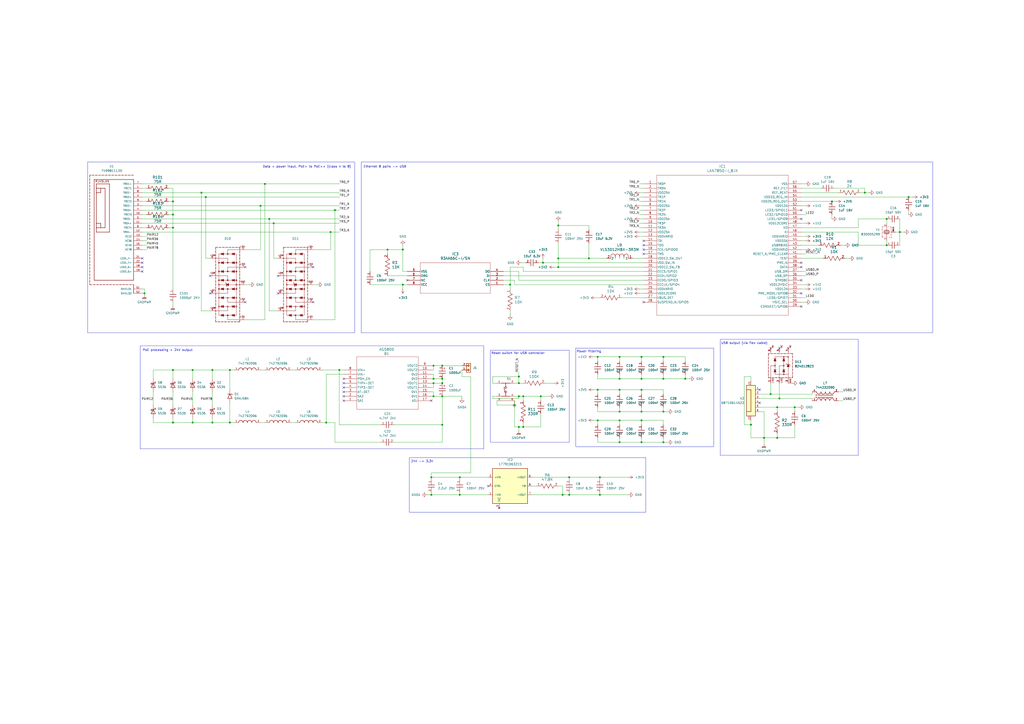
<source format=kicad_sch>
(kicad_sch (version 20231120) (generator "eeschema") (generator_version "8.0")
  (paper "A2")
  (title_block (title "PoE splitter to 24V + USB") (date "2025-01-26") (company "Marc 'risson' Schmitt"))
  (lib_symbols
    (symbol "17791063215:17791063215" (pin_names (offset 1.016))
      (property "Reference" "U" (at 0 13.97 0))
      (property "Value" "17791063215" (at -4.01 -10.16 0))
      (symbol "17791063215_0_0"
        (pin power_in line (at -12.7 -2.54 0) (length 2.54) (name "-VIN") (number "1"))
        (pin power_in line (at -12.7 7.62 0) (length 2.54) (name "+VIN") (number "2"))
        (pin passive line (at -12.7 2.54 0) (length 2.54) (name "CTRL") (number "3"))
        (pin no_connect line (at -6.35 -10.16 90) (length 2.54) (name "NC") (number "5"))
        (pin power_in line (at 12.7 7.62 180) (length 2.54) (name "+VOUT") (number "6"))
        (pin power_in line (at 12.7 -2.54 180) (length 2.54) (name "-VOUT") (number "7"))
        (pin passive line (at 12.7 2.54 180) (length 2.54) (name "FB") (number "8"))
      )
    )
    (symbol "435151014824:435151014824" (pin_names (offset 1.016))
      (property "Reference" "S" (at 0 3.302 0))
      (symbol "435151014824_0_0"
        (pin passive line (at -5.08 2.54 0) (length 2.54) (name "~") (number "1"))
        (pin passive line (at 5.08 2.54 180) (length 2.54) (name "~") (number "2"))
        (pin passive line (at -5.08 -5.08 0) (length 2.54) (name "~") (number "3"))
        (pin passive line (at 5.08 -5.08 180) (length 2.54) (name "~") (number "4"))
        (pin passive line (at -5.08 -7.62 0) (length 2.54) (name "~") (number "5"))
        (pin passive line (at 5.08 -7.62 180) (length 2.54) (name "~") (number "6"))
      )
    )
    (symbol "68710614522:68710614522" (pin_names (offset 1.016))
      (property "Reference" "J" (at -1.27 3.048 0))
      (property "Value" "68710614522" (at 6.05 -5.08 0))
      (symbol "68710614522_0_0"
        (pin passive line (at 5.08 -5.08 90) (length 2.54) (name "~") (number "1"))
        (pin passive line (at 2.54 -5.08 90) (length 2.54) (name "~") (number "2"))
        (pin passive line (at 0 -5.08 90) (length 2.54) (name "~") (number "3"))
        (pin passive line (at -2.54 -5.08 90) (length 2.54) (name "~") (number "4"))
        (pin passive line (at -5.08 -5.08 90) (length 2.54) (name "~") (number "5"))
        (pin passive line (at -7.62 -5.08 90) (length 2.54) (name "~") (number "6"))
        (pin passive line (at 10.16 0 180) (length 2.54) (name "~") (number "Z1"))
        (pin passive line (at -12.7 0 0) (length 2.54) (name "~") (number "Z2"))
      )
    )
    (symbol "691210910002:691210910002" (pin_names (offset 1.016))
      (property "Reference" "J" (at -4.88 -0.922 0))
      (property "Value" "691210910002" (at -4.83 -2.58 0))
      (symbol "691210910002_0_0"
        (pin passive line (at -2.54 -5.08 90) (length 2.54) (name "~") (number "1"))
        (pin passive line (at 0 -5.08 90) (length 2.54) (name "~") (number "2"))
      )
    )
    (symbol "742792096:742792096" (pin_names (offset 1.016))
      (property "Reference" "L" (at 0 2.54 0))
      (property "Value" "742792096" (at 0 -2.54 0))
      (symbol "742792096_0_0"
        (pin passive line (at -7.62 0 0) (length 2.54) (name "~") (number "1"))
        (pin passive line (at 7.62 0 180) (length 2.54) (name "~") (number "2"))
      )
    )
    (symbol "744232090:744232090" (pin_names (offset 1.016))
      (property "Reference" "L" (at 0 3.81 0))
      (property "Value" "744232090" (at -5.08 -5.08 0))
      (symbol "744232090_0_0"
        (pin passive line (at -7.62 -2.54 0) (length 2.54) (name "~") (number "1"))
        (pin passive line (at 7.62 -2.54 180) (length 2.54) (name "~") (number "2"))
        (pin passive line (at 7.62 2.54 180) (length 2.54) (name "~") (number "3"))
        (pin passive line (at -7.62 2.54 0) (length 2.54) (name "~") (number "4"))
      )
    )
    (symbol "7499811120:7499811120" (pin_names (offset 1.016))
      (property "Reference" "T" (at -2.54 33.02 0))
      (property "Value" "7499811120" (at -7.62 -43.18 0))
      (symbol "7499811120_0_0"
        (text "RJ45LAN" (at 1.28 26.14 0) (effects (font (size 1.27 1.27)) (justify left bottom)))
        (pin bidirectional line (at -17.78 22.86 0) (length 5.08) (name "TRCT1") (number "1"))
        (pin bidirectional line (at -17.78 7.62 0) (length 5.08) (name "TRCT3") (number "10"))
        (pin bidirectional line (at -17.78 2.54 0) (length 5.08) (name "TRD4+") (number "11"))
        (pin bidirectional line (at -17.78 -2.54 0) (length 5.08) (name "TRD4-") (number "12"))
        (pin bidirectional line (at -17.78 -5.08 0) (length 5.08) (name "VC12") (number "13"))
        (pin bidirectional line (at -17.78 -7.62 0) (length 5.08) (name "VC36") (number "14"))
        (pin bidirectional line (at -17.78 -10.16 0) (length 5.08) (name "VC45") (number "15"))
        (pin bidirectional line (at -17.78 -12.7 0) (length 5.08) (name "VC78") (number "16"))
        (pin bidirectional line (at -17.78 -22.86 0) (length 5.08) (name "LED2_G-") (number "18"))
        (pin bidirectional line (at -17.78 -25.4 0) (length 5.08) (name "LED2_G+") (number "19"))
        (pin bidirectional line (at -17.78 17.78 0) (length 5.08) (name "TRD2+") (number "2"))
        (pin bidirectional line (at -17.78 -17.78 0) (length 5.08) (name "LED1_Y-") (number "21"))
        (pin bidirectional line (at -17.78 -20.32 0) (length 5.08) (name "LED1_Y+") (number "22"))
        (pin bidirectional line (at -17.78 12.7 0) (length 5.08) (name "TRD2-") (number "3"))
        (pin bidirectional line (at -17.78 10.16 0) (length 5.08) (name "TRD3+") (number "4"))
        (pin bidirectional line (at -17.78 5.08 0) (length 5.08) (name "TRD3-") (number "5"))
        (pin bidirectional line (at -17.78 0 0) (length 5.08) (name "TRCT4") (number "6"))
        (pin bidirectional line (at -17.78 25.4 0) (length 5.08) (name "TRD1+") (number "7"))
        (pin bidirectional line (at -17.78 20.32 0) (length 5.08) (name "TRD1-") (number "8"))
        (pin bidirectional line (at -17.78 15.24 0) (length 5.08) (name "TRCT2") (number "9"))
        (pin power_in line (at -17.78 -35.56 0) (length 5.08) (name "SHIELD1") (number "S1"))
        (pin power_in line (at -17.78 -38.1 0) (length 5.08) (name "SHIELD2") (number "S2"))
      )
    )
    (symbol "824012823:824012823" (pin_names (offset 1.016))
      (property "Reference" "D" (at 0 7.62 0))
      (property "Value" "824012823" (at 0 -10.16 0))
      (symbol "824012823_0_0"
        (text "GND" (at -10.16 -6.35 0) (effects (font (size 0.8128 0.8128)) (justify left)))
        (text "I/O1" (at -10.16 3.81 0) (effects (font (size 0.8128 0.8128)) (justify left)))
        (text "I/O2" (at -10.16 -1.27 0) (effects (font (size 0.8128 0.8128)) (justify left)))
        (text "NC" (at 10.16 -6.35 0) (effects (font (size 0.8128 0.8128)) (justify left)))
        (text "NC" (at 10.16 -1.27 0) (effects (font (size 0.8128 0.8128)) (justify left)))
        (text "NC" (at 10.16 3.81 0) (effects (font (size 0.8128 0.8128)) (justify left)))
        (pin passive line (at -10.16 5.08 0) (length 2.54) (name "~") (number "1"))
        (pin passive line (at -10.16 0 0) (length 2.54) (name "~") (number "2"))
        (pin passive line (at -10.16 -5.08 0) (length 2.54) (name "~") (number "3"))
        (pin passive line (at 10.16 -5.08 180) (length 2.54) (name "~") (number "4"))
        (pin passive line (at 10.16 0 180) (length 2.54) (name "~") (number "5"))
        (pin passive line (at 10.16 5.08 180) (length 2.54) (name "~") (number "6"))
      )
    )
    (symbol "824014885:824014885" (pin_names (offset 1.016))
      (property "Reference" "D" (at 0 22.86 0))
      (symbol "824014885_0_0"
        (text "GND" (at -10.16 -1.27 0) (effects (font (size 0.8128 0.8128)) (justify left bottom)))
        (text "I/O1" (at -10.16 19.05 0) (effects (font (size 0.8128 0.8128)) (justify left bottom)))
        (text "I/O2" (at -10.16 8.89 0) (effects (font (size 0.8128 0.8128)) (justify left bottom)))
        (text "I/O3" (at -10.16 -11.43 0) (effects (font (size 0.8128 0.8128)) (justify left bottom)))
        (text "I/O4" (at -10.16 -21.59 0) (effects (font (size 0.8128 0.8128)) (justify left bottom)))
        (text "I/O5" (at 10.16 -16.51 0) (effects (font (size 0.8128 0.8128)) (justify right bottom)))
        (text "I/O6" (at 10.16 -6.35 0) (effects (font (size 0.8128 0.8128)) (justify right bottom)))
        (text "I/O7" (at 10.16 3.81 0) (effects (font (size 0.8128 0.8128)) (justify right bottom)))
        (text "I/O8" (at 10.16 13.97 0) (effects (font (size 0.8128 0.8128)) (justify right bottom)))
        (pin passive line (at -10.16 20.32 0) (length 2.54) (name "~") (number "1"))
        (pin passive line (at -10.16 10.16 0) (length 2.54) (name "~") (number "2"))
        (pin passive line (at -10.16 0 0) (length 2.54) (name "~") (number "3"))
        (pin passive line (at -10.16 -10.16 0) (length 2.54) (name "~") (number "4"))
        (pin passive line (at -10.16 -20.32 0) (length 2.54) (name "~") (number "5"))
        (pin passive line (at 10.16 -15.24 180) (length 2.54) (name "~") (number "6"))
        (pin passive line (at 10.16 -5.08 180) (length 2.54) (name "~") (number "7"))
        (pin passive line (at 10.16 5.08 180) (length 2.54) (name "~") (number "8"))
        (pin passive line (at 10.16 15.24 180) (length 2.54) (name "~") (number "9"))
      )
    )
    (symbol "830055299:830055299" (pin_names (offset 1.016))
      (property "Reference" "Y" (at 0 3.302 0))
      (property "Value" "830055299" (at 3.81 -1.778 0))
      (symbol "830055299_0_0"
        (text "GND" (at 0.508 -4.318 0) (effects (font (size 0.8128 0.8128)) (justify left bottom)))
        (pin passive line (at -5.08 0 0) (length 2.54) (name "~") (number "1"))
        (pin passive line (at 0 -5.08 90) (length 2.54) (name "~") (number "2"))
        (pin passive line (at 5.08 0 180) (length 2.54) (name "~") (number "3"))
        (pin passive line (at 0 -5.08 90) (length 2.54) (name "~") (number "4"))
      )
    )
    (symbol "860020578018:860020578018" (pin_names (offset 1.016))
      (property "Reference" "C" (at 1.175 3.38 0))
      (property "Value" "1000uF" (at 0.915 -5.075 0))
      (symbol "860020578018_0_0"
        (text "+" (at 2.54 -1.905 0) (effects (font (size 1.4224 1.4224)) (justify left bottom)))
        (pin passive line (at 5.08 0 180) (length 2.54) (name "~") (number "1"))
        (pin passive line (at -2.54 0 0) (length 2.54) (name "~") (number "2"))
      )
    )
    (symbol "885012005056:885012005056" (pin_names (offset 1.016))
      (property "Reference" "C" (at 1.27 2.54 0))
      (property "Value" "15pF 50V" (at 1.27 -5.08 0))
      (symbol "885012005056_0_0"
        (pin passive line (at -2.54 0 0) (length 2.54) (name "~") (number "1"))
        (pin passive line (at 5.08 0 180) (length 2.54) (name "~") (number "2"))
      )
    )
    (symbol "885012104004:885012104004" (pin_names (offset 1.016))
      (property "Reference" "C" (at 1.27 2.54 0))
      (property "Value" "10nF 6.3V" (at 1.27 -5.08 0))
      (symbol "885012104004_0_0"
        (pin passive line (at -2.54 0 0) (length 2.54) (name "~") (number "1"))
        (pin passive line (at 5.08 0 180) (length 2.54) (name "~") (number "2"))
      )
    )
    (symbol "885012206052:885012206052" (pin_names (offset 1.016))
      (property "Reference" "C" (at 1.27 2.54 0))
      (property "Value" "1uF 16V" (at 1.27 -5.08 0))
      (symbol "885012206052_0_0"
        (pin passive line (at -2.54 0 0) (length 2.54) (name "~") (number "1"))
        (pin passive line (at 5.08 0 180) (length 2.54) (name "~") (number "2"))
      )
    )
    (symbol "885012206071:885012206071" (pin_names (offset 1.016))
      (property "Reference" "C" (at 1.27 2.54 0))
      (property "Value" "100nF" (at 1.27 -5.08 0))
      (symbol "885012206071_0_0"
        (pin passive line (at -2.54 0 0) (length 2.54) (name "~") (number "1"))
        (pin passive line (at 5.08 0 180) (length 2.54) (name "~") (number "2"))
      )
    )
    (symbol "885012207003:885012207003" (pin_names (offset 1.016))
      (property "Reference" "C" (at 1.27 2.54 0))
      (property "Value" "10uF 6.3V" (at 1.27 -5.08 0))
      (symbol "885012207003_0_0"
        (pin passive line (at -2.54 0 0) (length 2.54) (name "~") (number "1"))
        (pin passive line (at 5.08 0 180) (length 2.54) (name "~") (number "2"))
      )
    )
    (symbol "885012207079:885012207079" (pin_names (offset 1.016))
      (property "Reference" "C" (at 1.27 2.54 0))
      (property "Value" "2.2uF 25V" (at 1.27 -5.08 0))
      (symbol "885012207079_0_0"
        (pin passive line (at -2.54 0 0) (length 2.54) (name "~") (number "1"))
        (pin passive line (at 5.08 0 180) (length 2.54) (name "~") (number "2"))
      )
    )
    (symbol "885342208020:885342208020" (pin_names (offset 1.016))
      (property "Reference" "C" (at 1.27 2.54 0))
      (property "Value" "4.7nF 2kV" (at 1.27 -5.08 0))
      (symbol "885342208020_0_0"
        (pin passive line (at -2.54 0 0) (length 2.54) (name "~") (number "1"))
        (pin passive line (at 5.08 0 180) (length 2.54) (name "~") (number "2"))
      )
    )
    (symbol "885342208024:885342208024" (pin_names (offset 1.016))
      (property "Reference" "C" (at 1.27 2.54 0))
      (property "Value" "1000pF 2KV" (at 1.27 -5.08 0))
      (symbol "885342208024_0_0"
        (pin passive line (at -2.54 0 0) (length 2.54) (name "~") (number "1"))
        (pin passive line (at 5.08 0 180) (length 2.54) (name "~") (number "2"))
      )
    )
    (symbol "93AA66C-I_SN:93AA66C-I_SN" (pin_names (offset 0.254))
      (property "Reference" "IC" (at 27.94 10.16 0))
      (property "Value" "93AA66C-I/SN" (at 27.94 7.62 0))
      (symbol "93AA66C-I_SN_0_1"
        (pin unspecified line (at 0 0 0) (length 7.62) (name "CS") (number "1"))
        (pin unspecified line (at 0 -2.54 0) (length 7.62) (name "CLK") (number "2"))
        (pin unspecified line (at 0 -5.08 0) (length 7.62) (name "DI") (number "3"))
        (pin unspecified line (at 0 -7.62 0) (length 7.62) (name "DO") (number "4"))
        (pin unspecified line (at 55.88 -7.62 180) (length 7.62) (name "VSS") (number "5"))
        (pin unspecified line (at 55.88 -5.08 180) (length 7.62) (name "ORG") (number "6"))
        (pin unspecified line (at 55.88 -2.54 180) (length 7.62) (name "NC") (number "7"))
        (pin unspecified line (at 55.88 0 180) (length 7.62) (name "VCC") (number "8"))
      )
    )
    (symbol "AG5800:AG5800" (pin_names (offset 0.254))
      (property "Reference" "U" (at 25.4 10.16 0))
      (property "Value" "AG5800" (at 25.4 7.62 0))
      (symbol "AG5800_0_1"
        (pin unspecified line (at 0 0 0) (length 7.62) (name "SA1") (number "1"))
        (pin output line (at 50.8 -17.78 180) (length 7.62) (name "VOUT2") (number "10"))
        (pin power_out line (at 50.8 -15.24 180) (length 7.62) (name "0V2") (number "11"))
        (pin power_out line (at 50.8 -12.7 180) (length 7.62) (name "0V2") (number "12"))
        (pin output line (at 50.8 -10.16 180) (length 7.62) (name "VOUT1") (number "13"))
        (pin output line (at 50.8 -7.62 180) (length 7.62) (name "VOUT1") (number "14"))
        (pin power_out line (at 50.8 -5.08 180) (length 7.62) (name "0V1") (number "15"))
        (pin power_out line (at 50.8 -2.54 180) (length 7.62) (name "0V1") (number "16"))
        (pin output line (at 50.8 0 180) (length 7.62) (name "ADJ") (number "17"))
        (pin unspecified line (at 0 -2.54 0) (length 7.62) (name "SA2") (number "2"))
        (pin output line (at 0 -5.08 0) (length 7.62) (name "AT-DET") (number "3"))
        (pin output line (at 0 -7.62 0) (length 7.62) (name "TYP3-DET") (number "4"))
        (pin output line (at 0 -10.16 0) (length 7.62) (name "TYP4-DET") (number "5"))
        (pin unspecified line (at 0 -12.7 0) (length 7.62) (name "POH_EN") (number "6"))
        (pin input line (at 0 -15.24 0) (length 7.62) (name "VIN-") (number "7"))
        (pin input line (at 0 -17.78 0) (length 7.62) (name "VIN+") (number "8"))
        (pin output line (at 50.8 -20.32 180) (length 7.62) (name "VOUT2") (number "9"))
      )
    )
    (symbol "Diode:SMAJ58A" (pin_numbers hide) (pin_names (offset 1.016) hide)
      (property "Reference" "D" (at 0 2.54 0))
      (property "Value" "SMAJ58A" (at 0 -2.54 0))
      (symbol "SMAJ58A_1_1"
        (pin passive line (at -3.81 0 0) (length 2.54) (name "A1") (number "1"))
        (pin passive line (at 3.81 0 180) (length 2.54) (name "A2") (number "2"))
      )
    )
    (symbol "Diode:SS36" (pin_numbers hide) (pin_names (offset 1.016) hide)
      (property "Reference" "D" (at 0 2.54 0))
      (property "Value" "SS36" (at 0 -2.54 0))
      (symbol "SS36_1_1"
        (pin passive line (at -3.81 0 0) (length 2.54) (name "K") (number "1"))
        (pin passive line (at 3.81 0 180) (length 2.54) (name "A") (number "2"))
      )
    )
    (symbol "LAN7850-I_8JX:LAN7850-I_8JX" (pin_names (offset 0.254))
      (property "Reference" "IC" (at 45.72 10.16 0))
      (property "Value" "LAN7850-I_8JX" (at 45.72 7.62 0))
      (symbol "LAN7850-I_8JX_0_1"
        (pin bidirectional line (at 0 0 0) (length 7.62) (name "TR0P") (number "1"))
        (pin bidirectional line (at 0 -22.86 0) (length 7.62) (name "TR3P") (number "10"))
        (pin bidirectional line (at 0 -25.4 0) (length 7.62) (name "TR3N") (number "11"))
        (pin power_in line (at 0 -27.94 0) (length 7.62) (name "VDD25A") (number "12"))
        (pin power_in line (at 0 -30.48 0) (length 7.62) (name "VDDVARIO") (number "13"))
        (pin unspecified line (at 0 -33.02 0) (length 7.62) (name "TDI") (number "14"))
        (pin unspecified line (at 0 -35.56 0) (length 7.62) (name "TDO") (number "15"))
        (pin unspecified line (at 0 -38.1 0) (length 7.62) (name "TCK/GPIOO0") (number "16"))
        (pin unspecified line (at 0 -40.64 0) (length 7.62) (name "TMS") (number "17"))
        (pin output line (at 0 -43.18 0) (length 7.62) (name "VDD12_SW_OUT") (number "18"))
        (pin power_in line (at 0 -45.72 0) (length 7.62) (name "VDD_SW_IN") (number "19"))
        (pin bidirectional line (at 0 -2.54 0) (length 7.62) (name "TR0N") (number "2"))
        (pin power_in line (at 0 -48.26 0) (length 7.62) (name "VDD12_SW_FB") (number "20"))
        (pin unspecified line (at 0 -50.8 0) (length 7.62) (name "EECS/GPIO1") (number "21"))
        (pin unspecified line (at 0 -53.34 0) (length 7.62) (name "EEDI/GPIO2") (number "22"))
        (pin unspecified line (at 0 -55.88 0) (length 7.62) (name "EEDO/GPIO3") (number "23"))
        (pin unspecified line (at 0 -58.42 0) (length 7.62) (name "EECLK/GPIO4") (number "24"))
        (pin power_in line (at 0 -60.96 0) (length 7.62) (name "VDDVARIO") (number "25"))
        (pin power_in line (at 0 -63.5 0) (length 7.62) (name "VDD12CORE") (number "26"))
        (pin power_in line (at 0 -66.04 0) (length 7.62) (name "VBUS_DET") (number "27"))
        (pin unspecified line (at 0 -68.58 0) (length 7.62) (name "SUSPEND_N/GPIO5") (number "28"))
        (pin output line (at 91.44 -71.12 180) (length 7.62) (name "CONNECT/GPIO6") (number "29"))
        (pin power_in line (at 0 -5.08 0) (length 7.62) (name "VDD25A") (number "3"))
        (pin unspecified line (at 91.44 -68.58 180) (length 7.62) (name "HSIC_SEL") (number "30"))
        (pin output line (at 91.44 -66.04 180) (length 7.62) (name "LED0/GPIO7") (number "31"))
        (pin unspecified line (at 91.44 -63.5 180) (length 7.62) (name "PME_MODE/GPIO8") (number "32"))
        (pin power_in line (at 91.44 -60.96 180) (length 7.62) (name "VDD12A") (number "33"))
        (pin power_in line (at 91.44 -58.42 180) (length 7.62) (name "VDD12HSIC") (number "34"))
        (pin bidirectional line (at 91.44 -55.88 180) (length 7.62) (name "STROBE") (number "35"))
        (pin bidirectional line (at 91.44 -53.34 180) (length 7.62) (name "USB_DP") (number "36"))
        (pin bidirectional line (at 91.44 -50.8 180) (length 7.62) (name "USB_DM") (number "37"))
        (pin bidirectional line (at 91.44 -48.26 180) (length 7.62) (name "DATA") (number "38"))
        (pin output line (at 91.44 -45.72 180) (length 7.62) (name "PME_N") (number "39"))
        (pin bidirectional line (at 0 -7.62 0) (length 7.62) (name "TR1P") (number "4"))
        (pin unspecified line (at 91.44 -43.18 180) (length 7.62) (name "TEST") (number "40"))
        (pin unspecified line (at 91.44 -40.64 180) (length 7.62) (name "RESET_N/PME_CLEAR") (number "41"))
        (pin power_in line (at 91.44 -38.1 180) (length 7.62) (name "VDDVARIO") (number "42"))
        (pin input line (at 91.44 -35.56 180) (length 7.62) (name "USBRBIAS") (number "43"))
        (pin power_in line (at 91.44 -33.02 180) (length 7.62) (name "VDD33A") (number "44"))
        (pin power_in line (at 91.44 -30.48 180) (length 7.62) (name "VDDVARIO") (number "45"))
        (pin unspecified line (at 91.44 -27.94 180) (length 7.62) (name "XI") (number "46"))
        (pin unspecified line (at 91.44 -25.4 180) (length 7.62) (name "XO") (number "47"))
        (pin power_in line (at 91.44 -22.86 180) (length 7.62) (name "VDD12CORE") (number "48"))
        (pin output line (at 91.44 -20.32 180) (length 7.62) (name "LED1/GPIO9") (number "49"))
        (pin bidirectional line (at 0 -10.16 0) (length 7.62) (name "TR1N") (number "5"))
        (pin output line (at 91.44 -17.78 180) (length 7.62) (name "LED2/GPIO10") (number "50"))
        (pin output line (at 91.44 -15.24 180) (length 7.62) (name "LED3/GPIO11") (number "51"))
        (pin power_in line (at 91.44 -12.7 180) (length 7.62) (name "VDD12A") (number "52"))
        (pin output line (at 91.44 -10.16 180) (length 7.62) (name "VDD25_REG_OUT") (number "53"))
        (pin power_in line (at 91.44 -7.62 180) (length 7.62) (name "VDD33_REG_IN") (number "54"))
        (pin input line (at 91.44 -5.08 180) (length 7.62) (name "REF_REXT") (number "55"))
        (pin input line (at 91.44 -2.54 180) (length 7.62) (name "REF_FILT") (number "56"))
        (pin power_out line (at 91.44 0 180) (length 7.62) (name "VSS") (number "57"))
        (pin power_in line (at 0 -12.7 0) (length 7.62) (name "VDD25A") (number "6"))
        (pin bidirectional line (at 0 -15.24 0) (length 7.62) (name "TR2P") (number "7"))
        (pin bidirectional line (at 0 -17.78 0) (length 7.62) (name "TR2N") (number "8"))
        (pin power_in line (at 0 -20.32 0) (length 7.62) (name "VDD25A") (number "9"))
      )
    )
    (symbol "RC0603FR-07100KL:RC0603FR-07100KL" (pin_names (offset 0.254))
      (property "Reference" "R" (at 5.715 3.81 0))
      (property "Value" "100K" (at 6.35 -3.81 0))
      (symbol "RC0603FR-07100KL_1_1"
        (pin unspecified line (at 0 0 0) (length 2.54) (name "") (number "1"))
        (pin unspecified line (at 12.7 0 180) (length 2.54) (name "") (number "2"))
      )
      (symbol "RC0603FR-07100KL_1_2"
        (pin unspecified line (at 0 12.7 270) (length 2.54) (name "") (number "1"))
        (pin unspecified line (at 0 0 90) (length 2.54) (name "") (number "2"))
      )
    )
    (symbol "RC0603FR-0710KL:RC0603FR-0710KL" (pin_names (offset 0.254))
      (property "Reference" "R" (at 5.715 3.81 0))
      (property "Value" "10K" (at 6.35 -3.81 0))
      (symbol "RC0603FR-0710KL_1_1"
        (pin unspecified line (at 0 0 0) (length 2.54) (name "") (number "1"))
        (pin unspecified line (at 12.7 0 180) (length 2.54) (name "") (number "2"))
      )
      (symbol "RC0603FR-0710KL_1_2"
        (pin unspecified line (at 0 12.7 270) (length 2.54) (name "") (number "1"))
        (pin unspecified line (at 0 0 90) (length 2.54) (name "") (number "2"))
      )
    )
    (symbol "RC0603FR-0712KL:RC0603FR-0712KL" (pin_names (offset 0.254))
      (property "Reference" "R" (at 5.715 3.81 0))
      (property "Value" "12K" (at 6.35 -3.81 0))
      (symbol "RC0603FR-0712KL_1_1"
        (pin unspecified line (at 12.7 0 180) (length 2.54) (name "") (number "1"))
        (pin unspecified line (at 0 0 0) (length 2.54) (name "") (number "2"))
      )
      (symbol "RC0603FR-0712KL_1_2"
        (pin unspecified line (at 0 12.7 270) (length 2.54) (name "") (number "1"))
        (pin unspecified line (at 0 0 90) (length 2.54) (name "") (number "2"))
      )
    )
    (symbol "RC0603FR-072KL:RC0603FR-072KL" (pin_names (offset 0.254))
      (property "Reference" "R" (at 5.715 3.81 0))
      (property "Value" "2K" (at 6.35 -3.81 0))
      (symbol "RC0603FR-072KL_1_1"
        (pin unspecified line (at 0 0 0) (length 2.54) (name "") (number "1"))
        (pin unspecified line (at 12.7 0 180) (length 2.54) (name "") (number "2"))
      )
      (symbol "RC0603FR-072KL_1_2"
        (pin unspecified line (at 0 12.7 270) (length 2.54) (name "") (number "1"))
        (pin unspecified line (at 0 0 90) (length 2.54) (name "") (number "2"))
      )
    )
    (symbol "RC0603FR-07340RL:RC0603FR-07340RL" (pin_names (offset 0.254))
      (property "Reference" "R" (at 5.715 3.81 0))
      (property "Value" "330R" (at 6.35 -3.81 0))
      (symbol "RC0603FR-07340RL_1_1"
        (pin unspecified line (at 12.7 0 180) (length 2.54) (name "") (number "1"))
        (pin unspecified line (at 0 0 0) (length 2.54) (name "") (number "2"))
      )
      (symbol "RC0603FR-07340RL_1_2"
        (pin unspecified line (at 0 12.7 270) (length 2.54) (name "") (number "1"))
        (pin unspecified line (at 0 0 90) (length 2.54) (name "") (number "2"))
      )
    )
    (symbol "RC0603FR-0748K7L:RC0603FR-0748K7L" (pin_names (offset 0.254))
      (property "Reference" "R" (at 5.715 3.81 0))
      (property "Value" "47.8K" (at 6.35 -3.81 0))
      (symbol "RC0603FR-0748K7L_1_1"
        (pin unspecified line (at 12.7 0 180) (length 2.54) (name "") (number "1"))
        (pin unspecified line (at 0 0 0) (length 2.54) (name "") (number "2"))
      )
      (symbol "RC0603FR-0748K7L_1_2"
        (pin unspecified line (at 0 12.7 270) (length 2.54) (name "") (number "1"))
        (pin unspecified line (at 0 0 90) (length 2.54) (name "") (number "2"))
      )
    )
    (symbol "RC0805FR-0775RL:RC0805FR-0775RL" (pin_names (offset 0.254))
      (property "Reference" "R" (at 5.715 3.81 0))
      (property "Value" "75R" (at 6.35 -3.81 0))
      (symbol "RC0805FR-0775RL_1_1"
        (pin unspecified line (at 12.7 0 180) (length 2.54) (name "") (number "1"))
        (pin unspecified line (at 0 0 0) (length 2.54) (name "") (number "2"))
      )
      (symbol "RC0805FR-0775RL_1_2"
        (pin unspecified line (at 0 12.7 270) (length 2.54) (name "") (number "1"))
        (pin unspecified line (at 0 0 90) (length 2.54) (name "") (number "2"))
      )
    )
    (symbol "VLS3012HBX-3R3M:VLS3012HBX-3R3M" (pin_names (offset 0.254))
      (property "Reference" "L" (at 6.985 5.08 0))
      (property "Value" "VLS3012HBX-3R3M" (at 6.985 -2.54 0))
      (symbol "VLS3012HBX-3R3M_1_1"
        (pin unspecified line (at 15.24 0 180) (length 2.54) (name "1") (number "1"))
        (pin unspecified line (at 0 0 0) (length 2.54) (name "2") (number "2"))
      )
      (symbol "VLS3012HBX-3R3M_1_2"
        (pin unspecified line (at 0 15.24 270) (length 2.54) (name "1") (number "1"))
        (pin unspecified line (at 0 0 90) (length 2.54) (name "2") (number "2"))
      )
    )
    (symbol "power:+1V2" (power) (pin_numbers hide) (pin_names (offset 0) hide)
      (property "Value" "+1V2" (at 0 3.556 0))
      (symbol "+1V2_1_1"
        (pin power_in line (at 0 0 90) (length 0) (name "~") (number "1"))
      )
    )
    (symbol "power:+2V5" (power) (pin_numbers hide) (pin_names (offset 0) hide)
      (property "Value" "+2V5" (at 0 3.556 0))
      (symbol "+2V5_1_1"
        (pin power_in line (at 0 0 90) (length 0) (name "~") (number "1"))
      )
    )
    (symbol "power:+3V3" (power) (pin_numbers hide) (pin_names (offset 0) hide)
      (property "Value" "+3V3" (at 0 3.556 0))
      (symbol "+3V3_1_1"
        (pin power_in line (at 0 0 90) (length 0) (name "~") (number "1"))
      )
    )
    (symbol "power:GND" (power) (pin_numbers hide) (pin_names (offset 0) hide)
      (property "Value" "GND" (at 0 -3.81 0))
      (symbol "GND_1_1"
        (pin power_in line (at 0 0 270) (length 0) (name "~") (number "1"))
      )
    )
    (symbol "power:GNDA" (power) (pin_numbers hide) (pin_names (offset 0) hide)
      (property "Value" "GNDA" (at 0 -3.81 0))
      (symbol "GNDA_1_1"
        (pin power_in line (at 0 0 270) (length 0) (name "~") (number "1"))
      )
    )
    (symbol "power:GNDPWR" (power) (pin_numbers hide) (pin_names (offset 0) hide)
      (property "Value" "GNDPWR" (at 0 -3.302 0))
      (symbol "GNDPWR_1_1"
        (pin power_in line (at 0 0 270) (length 0) (name "~") (number "1"))
      )
    )
  )
  (junction (at 359.41 256.54))
  (junction (at 346.71 243.84))
  (junction (at 300.99 218.44))
  (junction (at 330.2 287.02))
  (junction (at 443.23 254))
  (junction (at 250.19 287.02))
  (junction (at 151.13 119.38))
  (junction (at 372.11 238.76))
  (junction (at 347.98 276.86))
  (junction (at 83.82 170.18))
  (junction (at 521.97 134.62))
  (junction (at 100.33 214.63))
  (junction (at 191.77 134.62))
  (junction (at 452.12 231.14))
  (junction (at 372.11 207.01))
  (junction (at 100.33 124.46))
  (junction (at 295.91 165.1))
  (junction (at 384.81 219.71))
  (junction (at 256.54 222.25))
  (junction (at 346.71 226.06))
  (junction (at 224.79 144.78))
  (junction (at 482.6 116.84))
  (junction (at 514.35 127))
  (junction (at 461.01 236.22))
  (junction (at 111.76 245.11))
  (junction (at 397.51 219.71))
  (junction (at 196.85 214.63))
  (junction (at 514.35 142.24))
  (junction (at 156.21 127))
  (junction (at 323.85 149.86))
  (junction (at 313.69 229.87))
  (junction (at 100.33 132.08))
  (junction (at 450.85 236.22))
  (junction (at 372.11 226.06))
  (junction (at 527.05 114.3))
  (junction (at 359.41 207.01))
  (junction (at 347.98 287.02))
  (junction (at 111.76 214.63))
  (junction (at 194.31 121.92))
  (junction (at 251.46 222.25))
  (junction (at 116.84 111.76))
  (junction (at 256.54 219.71))
  (junction (at 359.41 238.76))
  (junction (at 359.41 226.06))
  (junction (at 323.85 130.81))
  (junction (at 372.11 219.71))
  (junction (at 323.85 154.94))
  (junction (at 251.46 212.09))
  (junction (at 300.99 247.65))
  (junction (at 303.53 247.65))
  (junction (at 251.46 229.87))
  (junction (at 384.81 207.01))
  (junction (at 100.33 116.84))
  (junction (at 303.53 229.87))
  (junction (at 326.39 287.02))
  (junction (at 298.45 234.95))
  (junction (at 158.75 129.54))
  (junction (at 266.7 276.86))
  (junction (at 501.65 111.76))
  (junction (at 359.41 243.84))
  (junction (at 359.41 219.71))
  (junction (at 384.81 256.54))
  (junction (at 256.54 246.38))
  (junction (at 450.85 254))
  (junction (at 330.2 276.86))
  (junction (at 256.54 229.87))
  (junction (at 153.67 106.68))
  (junction (at 100.33 245.11))
  (junction (at 266.7 287.02))
  (junction (at 372.11 256.54))
  (junction (at 250.19 276.86))
  (junction (at 384.81 238.76))
  (junction (at 233.68 165.1))
  (junction (at 300.99 222.25))
  (junction (at 123.19 245.11))
  (junction (at 300.99 229.87))
  (junction (at 447.04 228.6))
  (junction (at 119.38 114.3))
  (junction (at 133.35 245.11))
  (junction (at 123.19 214.63))
  (junction (at 314.96 152.4))
  (junction (at 341.63 149.86))
  (junction (at 233.68 144.78))
  (junction (at 372.11 243.84))
  (junction (at 256.54 212.09))
  (junction (at 435.61 246.38))
  (junction (at 346.71 207.01))
  (junction (at 189.23 245.11))
  (junction (at 251.46 219.71))
  (junction (at 133.35 214.63))
  (no_connect (at 464.82 121.92))
  (no_connect (at 283.21 281.94))
  (no_connect (at 373.38 144.78))
  (no_connect (at 250.19 232.41))
  (no_connect (at 373.38 139.7))
  (no_connect (at 373.38 175.26))
  (no_connect (at 464.82 127))
  (no_connect (at 464.82 152.4))
  (no_connect (at 121.92 170.18))
  (no_connect (at 121.92 160.02))
  (no_connect (at 199.39 229.87))
  (no_connect (at 199.39 219.71))
  (no_connect (at 199.39 224.79))
  (no_connect (at 142.24 175.26))
  (no_connect (at 447.04 201.93))
  (no_connect (at 236.22 162.56))
  (no_connect (at 82.55 157.48))
  (no_connect (at 199.39 232.41))
  (no_connect (at 373.38 147.32))
  (no_connect (at 82.55 152.4))
  (no_connect (at 181.61 154.94))
  (no_connect (at 82.55 154.94))
  (no_connect (at 161.29 170.18))
  (no_connect (at 464.82 170.18))
  (no_connect (at 440.69 226.06))
  (no_connect (at 181.61 175.26))
  (no_connect (at 142.24 154.94))
  (no_connect (at 464.82 154.94))
  (no_connect (at 289.56 294.64))
  (no_connect (at 457.2 201.93))
  (no_connect (at 199.39 227.33))
  (no_connect (at 161.29 160.02))
  (no_connect (at 440.69 233.68))
  (no_connect (at 373.38 142.24))
  (no_connect (at 464.82 177.8))
  (no_connect (at 199.39 222.25))
  (no_connect (at 464.82 162.56))
  (no_connect (at 82.55 149.86))
  (no_connect (at 452.12 201.93))
  (wire (pts (xy 443.23 238.76) (xy 443.23 254)))
  (wire (pts (xy 440.69 238.76) (xy 443.23 238.76)))
  (wire (pts (xy 142.24 144.78) (xy 151.13 144.78)))
  (wire (pts (xy 450.85 236.22) (xy 450.85 238.76)))
  (wire (pts (xy 360.68 172.72) (xy 373.38 172.72)))
  (wire (pts (xy 384.81 207.01) (xy 397.51 207.01)))
  (wire (pts (xy 97.79 109.22) (xy 100.33 109.22)))
  (wire (pts (xy 156.21 127) (xy 156.21 180.34)))
  (wire (pts (xy 359.41 254) (xy 359.41 256.54)))
  (wire (pts (xy 303.53 245.11) (xy 303.53 247.65)))
  (wire (pts (xy 435.61 246.38) (xy 435.61 254)))
  (wire (pts (xy 300.99 162.56) (xy 373.38 162.56)))
  (wire (pts (xy 100.33 124.46) (xy 100.33 116.84)))
  (wire (pts (xy 497.84 132.08) (xy 497.84 127)))
  (wire (pts (xy 251.46 229.87) (xy 251.46 227.33)))
  (wire (pts (xy 384.81 243.84) (xy 384.81 246.38)))
  (wire (pts (xy 384.81 228.6) (xy 384.81 226.06)))
  (wire (pts (xy 372.11 217.17) (xy 372.11 219.71)))
  (wire (pts (xy 300.99 157.48) (xy 300.99 162.56)))
  (wire (pts (xy 450.85 251.46) (xy 450.85 254)))
  (wire (pts (xy 121.92 180.34) (xy 116.84 180.34)))
  (wire (pts (xy 186.69 245.11) (xy 189.23 245.11)))
  (wire (pts (xy 97.79 124.46) (xy 100.33 124.46)))
  (wire (pts (xy 224.79 144.78) (xy 233.68 144.78)))
  (wire (pts (xy 111.76 214.63) (xy 123.19 214.63)))
  (wire (pts (xy 497.84 134.62) (xy 497.84 142.24)))
  (wire (pts (xy 189.23 217.17) (xy 189.23 245.11)))
  (wire (pts (xy 370.84 114.3) (xy 373.38 114.3)))
  (wire (pts (xy 344.17 207.01) (xy 346.71 207.01)))
  (wire (pts (xy 153.67 106.68) (xy 196.85 106.68)))
  (wire (pts (xy 298.45 229.87) (xy 300.99 229.87)))
  (wire (pts (xy 341.63 149.86) (xy 351.79 149.86)))
  (wire (pts (xy 370.84 167.64) (xy 373.38 167.64)))
  (wire (pts (xy 435.61 220.98) (xy 435.61 218.44)))
  (wire (pts (xy 464.82 114.3) (xy 527.05 114.3)))
  (wire (pts (xy 464.82 139.7) (xy 467.36 139.7)))
  (wire (pts (xy 464.82 132.08) (xy 497.84 132.08)))
  (wire (pts (xy 464.82 165.1) (xy 467.36 165.1)))
  (wire (pts (xy 220.98 246.38) (xy 196.85 246.38)))
  (wire (pts (xy 100.33 109.22) (xy 100.33 116.84)))
  (wire (pts (xy 330.2 278.13) (xy 330.2 276.86)))
  (wire (pts (xy 288.29 234.95) (xy 298.45 234.95)))
  (wire (pts (xy 323.85 130.81) (xy 323.85 133.35)))
  (wire (pts (xy 323.85 281.94) (xy 326.39 281.94)))
  (wire (pts (xy 359.41 219.71) (xy 372.11 219.71)))
  (wire (pts (xy 251.46 212.09) (xy 256.54 212.09)))
  (wire (pts (xy 435.61 243.84) (xy 435.61 246.38)))
  (wire (pts (xy 273.05 218.44) (xy 273.05 274.32)))
  (wire (pts (xy 247.65 287.02) (xy 250.19 287.02)))
  (wire (pts (xy 250.19 224.79) (xy 251.46 224.79)))
  (wire (pts (xy 521.97 134.62) (xy 521.97 142.24)))
  (wire (pts (xy 372.11 243.84) (xy 384.81 243.84)))
  (wire (pts (xy 153.67 185.42) (xy 153.67 106.68)))
  (wire (pts (xy 233.68 167.64) (xy 233.68 165.1)))
  (wire (pts (xy 156.21 127) (xy 196.85 127)))
  (wire (pts (xy 346.71 207.01) (xy 346.71 209.55)))
  (wire (pts (xy 464.82 157.48) (xy 467.36 157.48)))
  (wire (pts (xy 501.65 109.22) (xy 501.65 111.76)))
  (wire (pts (xy 313.69 240.03) (xy 313.69 247.65)))
  (wire (pts (xy 266.7 276.86) (xy 283.21 276.86)))
  (wire (pts (xy 440.69 228.6) (xy 447.04 228.6)))
  (wire (pts (xy 194.31 121.92) (xy 196.85 121.92)))
  (wire (pts (xy 359.41 217.17) (xy 359.41 219.71)))
  (wire (pts (xy 250.19 229.87) (xy 251.46 229.87)))
  (wire (pts (xy 82.55 106.68) (xy 153.67 106.68)))
  (wire (pts (xy 292.1 165.1) (xy 295.91 165.1)))
  (wire (pts (xy 450.85 254) (xy 461.01 254)))
  (wire (pts (xy 158.75 129.54) (xy 196.85 129.54)))
  (wire (pts (xy 372.11 256.54) (xy 384.81 256.54)))
  (wire (pts (xy 323.85 149.86) (xy 341.63 149.86)))
  (wire (pts (xy 214.63 165.1) (xy 233.68 165.1)))
  (wire (pts (xy 100.33 242.57) (xy 100.33 245.11)))
  (wire (pts (xy 359.41 243.84) (xy 359.41 246.38)))
  (wire (pts (xy 251.46 222.25) (xy 256.54 222.25)))
  (wire (pts (xy 308.61 276.86) (xy 330.2 276.86)))
  (wire (pts (xy 251.46 229.87) (xy 256.54 229.87)))
  (wire (pts (xy 151.13 144.78) (xy 151.13 119.38)))
  (wire (pts (xy 111.76 219.71) (xy 111.76 214.63)))
  (wire (pts (xy 497.84 142.24) (xy 514.35 142.24)))
  (wire (pts (xy 82.55 111.76) (xy 116.84 111.76)))
  (wire (pts (xy 471.17 228.6) (xy 447.04 228.6)))
  (wire (pts (xy 251.46 212.09) (xy 250.19 212.09)))
  (wire (pts (xy 359.41 256.54) (xy 372.11 256.54)))
  (wire (pts (xy 251.46 219.71) (xy 251.46 217.17)))
  (wire (pts (xy 501.65 111.76) (xy 504.19 111.76)))
  (wire (pts (xy 214.63 144.78) (xy 214.63 157.48)))
  (wire (pts (xy 346.71 219.71) (xy 359.41 219.71)))
  (wire (pts (xy 168.91 214.63) (xy 171.45 214.63)))
  (wire (pts (xy 250.19 274.32) (xy 250.19 276.86)))
  (wire (pts (xy 256.54 212.09) (xy 267.97 212.09)))
  (wire (pts (xy 82.55 132.08) (xy 85.09 132.08)))
  (wire (pts (xy 233.68 157.48) (xy 236.22 157.48)))
  (wire (pts (xy 300.99 229.87) (xy 303.53 229.87)))
  (wire (pts (xy 82.55 109.22) (xy 85.09 109.22)))
  (wire (pts (xy 100.33 219.71) (xy 100.33 214.63)))
  (wire (pts (xy 370.84 134.62) (xy 373.38 134.62)))
  (wire (pts (xy 82.55 137.16) (xy 85.09 137.16)))
  (wire (pts (xy 346.71 228.6) (xy 346.71 226.06)))
  (wire (pts (xy 88.9 214.63) (xy 100.33 214.63)))
  (wire (pts (xy 88.9 227.33) (xy 88.9 234.95)))
  (wire (pts (xy 250.19 227.33) (xy 251.46 227.33)))
  (wire (pts (xy 194.31 185.42) (xy 194.31 121.92)))
  (wire (pts (xy 181.61 185.42) (xy 194.31 185.42)))
  (wire (pts (xy 256.54 246.38) (xy 256.54 256.54)))
  (wire (pts (xy 224.79 160.02) (xy 236.22 160.02)))
  (wire (pts (xy 288.29 232.41) (xy 288.29 234.95)))
  (wire (pts (xy 233.68 144.78) (xy 233.68 157.48)))
  (wire (pts (xy 443.23 254) (xy 450.85 254)))
  (wire (pts (xy 224.79 144.78) (xy 224.79 147.32)))
  (wire (pts (xy 251.46 219.71) (xy 256.54 219.71)))
  (wire (pts (xy 464.82 175.26) (xy 467.36 175.26)))
  (wire (pts (xy 82.55 119.38) (xy 151.13 119.38)))
  (wire (pts (xy 431.8 246.38) (xy 435.61 246.38)))
  (wire (pts (xy 464.82 111.76) (xy 486.41 111.76)))
  (wire (pts (xy 82.55 144.78) (xy 85.09 144.78)))
  (wire (pts (xy 384.81 238.76) (xy 387.35 238.76)))
  (wire (pts (xy 82.55 127) (xy 156.21 127)))
  (wire (pts (xy 345.44 172.72) (xy 347.98 172.72)))
  (wire (pts (xy 251.46 224.79) (xy 251.46 222.25)))
  (wire (pts (xy 313.69 229.87) (xy 318.77 229.87)))
  (wire (pts (xy 384.81 256.54) (xy 384.81 254)))
  (wire (pts (xy 300.99 250.19) (xy 300.99 247.65)))
  (wire (pts (xy 341.63 149.86) (xy 341.63 140.97)))
  (wire (pts (xy 370.84 116.84) (xy 373.38 116.84)))
  (wire (pts (xy 440.69 236.22) (xy 450.85 236.22)))
  (wire (pts (xy 256.54 229.87) (xy 267.97 229.87)))
  (wire (pts (xy 82.55 116.84) (xy 85.09 116.84)))
  (wire (pts (xy 330.2 287.02) (xy 347.98 287.02)))
  (wire (pts (xy 461.01 238.76) (xy 461.01 236.22)))
  (wire (pts (xy 461.01 246.38) (xy 461.01 254)))
  (wire (pts (xy 133.35 214.63) (xy 135.89 214.63)))
  (wire (pts (xy 82.55 139.7) (xy 85.09 139.7)))
  (wire (pts (xy 464.82 149.86) (xy 477.52 149.86)))
  (wire (pts (xy 151.13 214.63) (xy 153.67 214.63)))
  (wire (pts (xy 321.31 154.94) (xy 323.85 154.94)))
  (wire (pts (xy 490.22 149.86) (xy 492.76 149.86)))
  (wire (pts (xy 464.82 167.64) (xy 467.36 167.64)))
  (wire (pts (xy 295.91 165.1) (xy 295.91 167.64)))
  (wire (pts (xy 461.01 236.22) (xy 450.85 236.22)))
  (wire (pts (xy 323.85 154.94) (xy 323.85 149.86)))
  (wire (pts (xy 97.79 116.84) (xy 100.33 116.84)))
  (wire (pts (xy 82.55 142.24) (xy 85.09 142.24)))
  (wire (pts (xy 285.75 231.14) (xy 300.99 231.14)))
  (wire (pts (xy 298.45 232.41) (xy 298.45 234.95)))
  (wire (pts (xy 314.96 149.86) (xy 314.96 152.4)))
  (wire (pts (xy 372.11 207.01) (xy 384.81 207.01)))
  (wire (pts (xy 189.23 217.17) (xy 199.39 217.17)))
  (wire (pts (xy 323.85 154.94) (xy 373.38 154.94)))
  (wire (pts (xy 384.81 209.55) (xy 384.81 207.01)))
  (wire (pts (xy 482.6 116.84) (xy 485.14 116.84)))
  (wire (pts (xy 370.84 137.16) (xy 373.38 137.16)))
  (wire (pts (xy 100.33 214.63) (xy 111.76 214.63)))
  (wire (pts (xy 83.82 171.45) (xy 83.82 170.18)))
  (wire (pts (xy 359.41 226.06) (xy 359.41 228.6)))
  (wire (pts (xy 527.05 121.92) (xy 527.05 124.46)))
  (wire (pts (xy 119.38 114.3) (xy 119.38 149.86)))
  (wire (pts (xy 97.79 132.08) (xy 100.33 132.08)))
  (wire (pts (xy 330.2 276.86) (xy 347.98 276.86)))
  (wire (pts (xy 440.69 231.14) (xy 452.12 231.14)))
  (wire (pts (xy 151.13 119.38) (xy 196.85 119.38)))
  (wire (pts (xy 346.71 256.54) (xy 359.41 256.54)))
  (wire (pts (xy 267.97 214.63) (xy 267.97 218.44)))
  (wire (pts (xy 359.41 243.84) (xy 372.11 243.84)))
  (wire (pts (xy 256.54 222.25) (xy 256.54 219.71)))
  (wire (pts (xy 123.19 242.57) (xy 123.19 245.11)))
  (wire (pts (xy 370.84 132.08) (xy 373.38 132.08)))
  (wire (pts (xy 111.76 242.57) (xy 111.76 245.11)))
  (wire (pts (xy 364.49 287.02) (xy 347.98 287.02)))
  (wire (pts (xy 82.55 121.92) (xy 194.31 121.92)))
  (wire (pts (xy 82.55 167.64) (xy 83.82 167.64)))
  (wire (pts (xy 298.45 247.65) (xy 300.99 247.65)))
  (wire (pts (xy 298.45 165.1) (xy 373.38 165.1)))
  (wire (pts (xy 119.38 149.86) (xy 121.92 149.86)))
  (wire (pts (xy 443.23 257.81) (xy 443.23 254)))
  (wire (pts (xy 370.84 111.76) (xy 373.38 111.76)))
  (wire (pts (xy 464.82 106.68) (xy 467.36 106.68)))
  (wire (pts (xy 181.61 144.78) (xy 191.77 144.78)))
  (wire (pts (xy 292.1 162.56) (xy 298.45 162.56)))
  (wire (pts (xy 267.97 218.44) (xy 273.05 218.44)))
  (wire (pts (xy 196.85 246.38) (xy 196.85 214.63)))
  (wire (pts (xy 266.7 287.02) (xy 283.21 287.02)))
  (wire (pts (xy 142.24 185.42) (xy 153.67 185.42)))
  (wire (pts (xy 111.76 227.33) (xy 111.76 234.95)))
  (wire (pts (xy 303.53 222.25) (xy 300.99 222.25)))
  (wire (pts (xy 285.75 218.44) (xy 300.99 218.44)))
  (wire (pts (xy 372.11 243.84) (xy 372.11 246.38)))
  (wire (pts (xy 123.19 245.11) (xy 133.35 245.11)))
  (wire (pts (xy 250.19 222.25) (xy 251.46 222.25)))
  (wire (pts (xy 186.69 214.63) (xy 196.85 214.63)))
  (wire (pts (xy 370.84 119.38) (xy 373.38 119.38)))
  (wire (pts (xy 346.71 246.38) (xy 346.71 243.84)))
  (wire (pts (xy 314.96 152.4) (xy 373.38 152.4)))
  (wire (pts (xy 295.91 154.94) (xy 303.53 154.94)))
  (wire (pts (xy 384.81 219.71) (xy 384.81 217.17)))
  (wire (pts (xy 285.75 218.44) (xy 285.75 222.25)))
  (wire (pts (xy 300.99 231.14) (xy 300.99 229.87)))
  (wire (pts (xy 228.6 246.38) (xy 256.54 246.38)))
  (wire (pts (xy 191.77 144.78) (xy 191.77 134.62)))
  (wire (pts (xy 464.82 134.62) (xy 497.84 134.62)))
  (wire (pts (xy 250.19 276.86) (xy 250.19 278.13)))
  (wire (pts (xy 233.68 165.1) (xy 236.22 165.1)))
  (wire (pts (xy 273.05 274.32) (xy 250.19 274.32)))
  (wire (pts (xy 82.55 124.46) (xy 85.09 124.46)))
  (wire (pts (xy 323.85 140.97) (xy 323.85 149.86)))
  (wire (pts (xy 300.99 218.44) (xy 300.99 222.25)))
  (wire (pts (xy 133.35 233.68) (xy 133.35 245.11)))
  (wire (pts (xy 384.81 256.54) (xy 387.35 256.54)))
  (wire (pts (xy 359.41 207.01) (xy 372.11 207.01)))
  (wire (pts (xy 313.69 229.87) (xy 313.69 232.41)))
  (wire (pts (xy 372.11 219.71) (xy 384.81 219.71)))
  (wire (pts (xy 88.9 242.57) (xy 88.9 245.11)))
  (wire (pts (xy 346.71 238.76) (xy 359.41 238.76)))
  (wire (pts (xy 303.53 229.87) (xy 303.53 232.41)))
  (wire (pts (xy 341.63 133.35) (xy 341.63 130.81)))
  (wire (pts (xy 527.05 114.3) (xy 529.59 114.3)))
  (wire (pts (xy 303.53 154.94) (xy 303.53 157.48)))
  (wire (pts (xy 151.13 245.11) (xy 153.67 245.11)))
  (wire (pts (xy 300.99 247.65) (xy 303.53 247.65)))
  (wire (pts (xy 181.61 165.1) (xy 184.15 165.1)))
  (wire (pts (xy 464.82 147.32) (xy 467.36 147.32)))
  (wire (pts (xy 359.41 238.76) (xy 372.11 238.76)))
  (wire (pts (xy 461.01 236.22) (xy 463.55 236.22)))
  (wire (pts (xy 370.84 121.92) (xy 373.38 121.92)))
  (wire (pts (xy 347.98 276.86) (xy 364.49 276.86)))
  (wire (pts (xy 346.71 236.22) (xy 346.71 238.76)))
  (wire (pts (xy 168.91 245.11) (xy 171.45 245.11)))
  (wire (pts (xy 298.45 222.25) (xy 300.99 222.25)))
  (wire (pts (xy 464.82 160.02) (xy 467.36 160.02)))
  (wire (pts (xy 370.84 127) (xy 373.38 127)))
  (wire (pts (xy 266.7 276.86) (xy 266.7 278.13)))
  (wire (pts (xy 372.11 254) (xy 372.11 256.54)))
  (wire (pts (xy 372.11 209.55) (xy 372.11 207.01)))
  (wire (pts (xy 359.41 236.22) (xy 359.41 238.76)))
  (wire (pts (xy 397.51 209.55) (xy 397.51 207.01)))
  (wire (pts (xy 464.82 119.38) (xy 467.36 119.38)))
  (wire (pts (xy 482.6 124.46) (xy 482.6 127)))
  (wire (pts (xy 303.53 247.65) (xy 313.69 247.65)))
  (wire (pts (xy 323.85 130.81) (xy 341.63 130.81)))
  (wire (pts (xy 250.19 276.86) (xy 266.7 276.86)))
  (wire (pts (xy 116.84 111.76) (xy 116.84 180.34)))
  (wire (pts (xy 346.71 217.17) (xy 346.71 219.71)))
  (wire (pts (xy 123.19 219.71) (xy 123.19 214.63)))
  (wire (pts (xy 228.6 256.54) (xy 256.54 256.54)))
  (wire (pts (xy 214.63 144.78) (xy 224.79 144.78)))
  (wire (pts (xy 123.19 214.63) (xy 133.35 214.63)))
  (wire (pts (xy 452.12 231.14) (xy 452.12 222.25)))
  (wire (pts (xy 370.84 106.68) (xy 373.38 106.68)))
  (wire (pts (xy 158.75 129.54) (xy 158.75 149.86)))
  (wire (pts (xy 142.24 165.1) (xy 144.78 165.1)))
  (wire (pts (xy 431.8 218.44) (xy 431.8 246.38)))
  (wire (pts (xy 323.85 128.27) (xy 323.85 130.81)))
  (wire (pts (xy 497.84 127) (xy 514.35 127)))
  (wire (pts (xy 499.11 111.76) (xy 501.65 111.76)))
  (wire (pts (xy 487.68 142.24) (xy 490.22 142.24)))
  (wire (pts (xy 256.54 246.38) (xy 256.54 229.87)))
  (wire (pts (xy 464.82 172.72) (xy 467.36 172.72)))
  (wire (pts (xy 100.33 132.08) (xy 100.33 167.64)))
  (wire (pts (xy 346.71 207.01) (xy 359.41 207.01)))
  (wire (pts (xy 194.31 245.11) (xy 189.23 245.11)))
  (wire (pts (xy 133.35 245.11) (xy 135.89 245.11)))
  (wire (pts (xy 370.84 109.22) (xy 373.38 109.22)))
  (wire (pts (xy 367.03 149.86) (xy 373.38 149.86)))
  (wire (pts (xy 370.84 170.18) (xy 373.38 170.18)))
  (wire (pts (xy 347.98 278.13) (xy 347.98 276.86)))
  (wire (pts (xy 464.82 142.24) (xy 474.98 142.24)))
  (wire (pts (xy 521.97 127) (xy 521.97 134.62)))
  (wire (pts (xy 196.85 214.63) (xy 199.39 214.63)))
  (wire (pts (xy 384.81 236.22) (xy 384.81 238.76)))
  (wire (pts (xy 464.82 144.78) (xy 467.36 144.78)))
  (wire (pts (xy 82.55 134.62) (xy 191.77 134.62)))
  (wire (pts (xy 298.45 234.95) (xy 298.45 247.65)))
  (wire (pts (xy 191.77 134.62) (xy 196.85 134.62)))
  (wire (pts (xy 372.11 238.76) (xy 384.81 238.76)))
  (wire (pts (xy 397.51 219.71) (xy 384.81 219.71)))
  (wire (pts (xy 384.81 226.06) (xy 372.11 226.06)))
  (wire (pts (xy 83.82 167.64) (xy 83.82 170.18)))
  (wire (pts (xy 486.41 227.33) (xy 488.95 227.33)))
  (wire (pts (xy 316.23 222.25) (xy 321.31 222.25)))
  (wire (pts (xy 300.99 215.9) (xy 300.99 218.44)))
  (wire (pts (xy 514.35 127) (xy 514.35 129.54)))
  (wire (pts (xy 435.61 254) (xy 443.23 254)))
  (wire (pts (xy 161.29 149.86) (xy 158.75 149.86)))
  (wire (pts (xy 251.46 214.63) (xy 251.46 212.09)))
  (wire (pts (xy 251.46 217.17) (xy 250.19 217.17)))
  (wire (pts (xy 88.9 245.11) (xy 100.33 245.11)))
  (wire (pts (xy 457.2 222.25) (xy 459.74 222.25)))
  (wire (pts (xy 326.39 281.94) (xy 326.39 287.02)))
  (wire (pts (xy 100.33 132.08) (xy 100.33 124.46)))
  (wire (pts (xy 295.91 165.1) (xy 295.91 154.94)))
  (wire (pts (xy 161.29 180.34) (xy 156.21 180.34)))
  (wire (pts (xy 464.82 124.46) (xy 467.36 124.46)))
  (wire (pts (xy 100.33 175.26) (xy 100.33 177.8)))
  (wire (pts (xy 519.43 134.62) (xy 521.97 134.62)))
  (wire (pts (xy 298.45 162.56) (xy 298.45 165.1)))
  (wire (pts (xy 464.82 129.54) (xy 467.36 129.54)))
  (wire (pts (xy 359.41 207.01) (xy 359.41 209.55)))
  (wire (pts (xy 312.42 152.4) (xy 314.96 152.4)))
  (wire (pts (xy 486.41 232.41) (xy 488.95 232.41)))
  (wire (pts (xy 82.55 114.3) (xy 119.38 114.3)))
  (wire (pts (xy 370.84 124.46) (xy 373.38 124.46)))
  (wire (pts (xy 194.31 256.54) (xy 220.98 256.54)))
  (wire (pts (xy 250.19 219.71) (xy 251.46 219.71)))
  (wire (pts (xy 464.82 116.84) (xy 482.6 116.84)))
  (wire (pts (xy 267.97 229.87) (xy 267.97 231.14)))
  (wire (pts (xy 308.61 287.02) (xy 326.39 287.02)))
  (wire (pts (xy 303.53 229.87) (xy 313.69 229.87)))
  (wire (pts (xy 397.51 217.17) (xy 397.51 219.71)))
  (wire (pts (xy 250.19 287.02) (xy 266.7 287.02)))
  (wire (pts (xy 372.11 236.22) (xy 372.11 238.76)))
  (wire (pts (xy 88.9 219.71) (xy 88.9 214.63)))
  (wire (pts (xy 483.87 109.22) (xy 501.65 109.22)))
  (wire (pts (xy 295.91 180.34) (xy 295.91 182.88)))
  (wire (pts (xy 344.17 226.06) (xy 346.71 226.06)))
  (wire (pts (xy 346.71 254) (xy 346.71 256.54)))
  (wire (pts (xy 285.75 222.25) (xy 288.29 222.25)))
  (wire (pts (xy 344.17 243.84) (xy 346.71 243.84)))
  (wire (pts (xy 116.84 111.76) (xy 196.85 111.76)))
  (wire (pts (xy 285.75 229.87) (xy 285.75 231.14)))
  (wire (pts (xy 471.17 232.41) (xy 471.17 231.14)))
  (wire (pts (xy 100.33 245.11) (xy 111.76 245.11)))
  (wire (pts (xy 119.38 114.3) (xy 196.85 114.3)))
  (wire (pts (xy 194.31 256.54) (xy 194.31 245.11)))
  (wire (pts (xy 370.84 129.54) (xy 373.38 129.54)))
  (wire (pts (xy 100.33 227.33) (xy 100.33 234.95)))
  (wire (pts (xy 233.68 142.24) (xy 233.68 144.78)))
  (wire (pts (xy 82.55 129.54) (xy 158.75 129.54)))
  (wire (pts (xy 303.53 157.48) (xy 373.38 157.48)))
  (wire (pts (xy 292.1 157.48) (xy 300.99 157.48)))
  (wire (pts (xy 83.82 170.18) (xy 82.55 170.18)))
  (wire (pts (xy 330.2 285.75) (xy 330.2 287.02)))
  (wire (pts (xy 308.61 281.94) (xy 311.15 281.94)))
  (wire (pts (xy 464.82 137.16) (xy 467.36 137.16)))
  (wire (pts (xy 471.17 231.14) (xy 452.12 231.14)))
  (wire (pts (xy 266.7 285.75) (xy 266.7 287.02)))
  (wire (pts (xy 326.39 287.02) (xy 330.2 287.02)))
  (wire (pts (xy 133.35 226.06) (xy 133.35 214.63)))
  (wire (pts (xy 346.71 243.84) (xy 359.41 243.84)))
  (wire (pts (xy 123.19 227.33) (xy 123.19 234.95)))
  (wire (pts (xy 250.19 214.63) (xy 251.46 214.63)))
  (wire (pts (xy 346.71 226.06) (xy 359.41 226.06)))
  (wire (pts (xy 347.98 287.02) (xy 347.98 285.75)))
  (wire (pts (xy 514.35 139.7) (xy 514.35 142.24)))
  (wire (pts (xy 372.11 226.06) (xy 359.41 226.06)))
  (wire (pts (xy 292.1 160.02) (xy 373.38 160.02)))
  (wire (pts (xy 464.82 109.22) (xy 476.25 109.22)))
  (wire (pts (xy 521.97 134.62) (xy 524.51 134.62)))
  (wire (pts (xy 435.61 218.44) (xy 431.8 218.44)))
  (wire (pts (xy 285.75 229.87) (xy 288.29 229.87)))
  (wire (pts (xy 397.51 219.71) (xy 400.05 219.71)))
  (wire (pts (xy 447.04 228.6) (xy 447.04 222.25)))
  (wire (pts (xy 471.17 227.33) (xy 471.17 228.6)))
  (wire (pts (xy 372.11 228.6) (xy 372.11 226.06)))
  (wire (pts (xy 250.19 285.75) (xy 250.19 287.02)))
  (wire (pts (xy 302.26 152.4) (xy 304.8 152.4)))
  (wire (pts (xy 111.76 245.11) (xy 123.19 245.11)))
  (rectangle (start 237.49 265.43) (end 374.65 297.18))
  (rectangle (start 81.28 200.66) (end 280.67 260.35))
  (rectangle (start 334.01 201.93) (end 414.02 259.08))
  (rectangle (start 209.55 93.98) (end 541.02 193.04))
  (rectangle (start 417.83 196.85) (end 497.84 264.16))
  (rectangle (start 284.48 203.2) (end 330.2 256.54))
  (rectangle (start 50.8 93.98) (end 205.74 193.04))
  (text "Reset switch for USB controller" (at 300.482 204.978 0) (effects (font (size 1.27 1.27))))
  (text "Data + power input, PoE+ to PoE++ (class 4 to 8)" (at 178.054 96.774 0) (effects (font (size 1.27 1.27))))
  (text "USB output (via flex cable)" (at 431.8 199.136 0) (effects (font (size 1.27 1.27))))
  (text "24V -> 3.3V" (at 244.856 267.716 0) (effects (font (size 1.27 1.27))))
  (text "Power filtering" (at 341.63 203.962 0) (effects (font (size 1.27 1.27))))
  (text "Ethernet 8 pairs -> USB" (at 223.266 96.774 0) (effects (font (size 1.27 1.27))))
  (text "PoE processing + 24V output" (at 97.282 203.2 0) (effects (font (size 1.27 1.27))))
  (label "USBD_M" (at 467.36 157.48 0))
  (label "TR2_P" (at 370.84 121.92 180))
  (label "PAIR12" (at 88.9 232.41 180))
  (label "TR2_P" (at 196.85 121.92 0))
  (label "TR3_N" (at 370.84 132.08 180))
  (label "TR2_N" (at 370.84 124.46 180))
  (label "RESET_N" (at 467.36 147.32 0))
  (label "USBD_P" (at 488.95 232.41 0))
  (label "TR2_N" (at 196.85 127 0))
  (label "TR3_P" (at 196.85 129.54 0))
  (label "TR1_N" (at 196.85 119.38 0))
  (label "PAIR45" (at 111.76 232.41 180))
  (label "LED2" (at 467.36 124.46 0))
  (label "TR1_N" (at 370.84 116.84 180))
  (label "LED0" (at 467.36 172.72 0))
  (label "USBD_P" (at 467.36 160.02 0))
  (label "PAIR45" (at 85.09 142.24 0))
  (label "PAIR36" (at 100.33 232.41 180))
  (label "TR0_P" (at 370.84 106.68 180))
  (label "TR0_N" (at 370.84 109.22 180))
  (label "TR0_N" (at 196.85 111.76 0))
  (label "TR0_P" (at 196.85 106.68 0))
  (label "PAIR36" (at 85.09 139.7 0))
  (label "PAIR78" (at 85.09 144.78 0))
  (label "USBD_M" (at 488.95 227.33 0))
  (label "TR1_P" (at 196.85 114.3 0))
  (label "PAIR12" (at 85.09 137.16 0))
  (label "TR3_N" (at 196.85 134.62 0))
  (label "RESET_N" (at 300.99 215.9 90))
  (label "PAIR78" (at 123.19 232.41 180))
  (label "TR1_P" (at 370.84 114.3 180))
  (label "TR3_P" (at 370.84 129.54 180))
  (symbol (lib_id "power:GND") (at 527.05 124.46 90) (unit 1)
    (property "Reference" "#PWR043" (effects (hide yes)))
    (property "Value" "GND" (at 530.86 124.4599 90) (effects (justify right)))
    (property "Description" "Power symbol creates a global label with name \"GND\" , ground" (effects (hide yes)))
  )
  (symbol (lib_id "824014885:824014885") (at 132.08 165.1 180) (unit 1)
    (property "Reference" "D10" (at 132.08 138.43 0))
    (property "Value" "5Vdc" (effects (hide yes)))
    (property "Footprint" "824014885:824014885" (effects (hide yes)))
    (property "Datasheet" "https://www.we-online.com/catalog/datasheet/824014885.pdf" (effects (hide yes)))
    (property "Description" "WE-TVS TVS Diode – Super Speed Series" (effects (hide yes)))
    (property "Manufacturer" "Wurth Elektronik" (effects (hide yes)))
    (property "Mount" "SMT" (effects (hide yes)))
    (property "MPN" "824014885" (effects (hide yes)))
  )
  (symbol (lib_id "power:GND") (at 459.74 222.25 90) (unit 1)
    (property "Reference" "#PWR055" (effects (hide yes)))
    (property "Value" "GND" (at 463.55 222.2499 90) (effects (justify right)))
    (property "Description" "Power symbol creates a global label with name \"GND\" , ground" (effects (hide yes)))
  )
  (symbol (lib_id "885012206071:885012206071") (at 384.81 248.92 270) (unit 1)
    (property "Reference" "C32" (at 388.62 248.9351 90) (effects (justify left)))
    (property "Value" "100nF 25V" (at 388.62 251.4751 90) (effects (justify left)))
    (property "Footprint" "885012206071:885012206071" (effects (hide yes)))
    (property "Datasheet" "https://www.we-online.com/components/products/datasheet/885012206071.pdf" (effects (hide yes)))
    (property "Description" "WCAP-CSGP Ceramic Capacitors 0603" (effects (hide yes)))
    (property "Manufacturer" "Wurth Elektronik" (effects (hide yes)))
    (property "Mount" "SMT" (effects (hide yes)))
    (property "MPN" "885012206071" (effects (hide yes)))
  )
  (symbol (lib_id "power:+3V3") (at 529.59 114.3 270) (unit 1)
    (property "Reference" "#PWR044" (effects (hide yes)))
    (property "Value" "+3V3" (at 533.4 114.2999 90) (effects (justify left)))
    (property "Description" "Power symbol creates a global label with name \"+3V3\"" (effects (hide yes)))
  )
  (symbol (lib_id "power:+3V3") (at 370.84 137.16 90) (unit 1)
    (property "Reference" "#PWR019" (effects (hide yes)))
    (property "Value" "+3V3" (at 367.03 137.1599 90) (effects (justify left)))
    (property "Description" "Power symbol creates a global label with name \"+3V3\"" (effects (hide yes)))
  )
  (symbol (lib_id "power:GNDPWR") (at 100.33 177.8 0) (unit 1)
    (property "Reference" "#PWR03" (effects (hide yes)))
    (property "Value" "GNDPWR" (at 100.203 181.61 0))
    (property "Description" "Power symbol creates a global label with name \"GNDPWR\" , global ground" (effects (hide yes)))
  )
  (symbol (lib_id "power:GND") (at 184.15 165.1 90) (unit 1)
    (property "Reference" "#PWR06" (effects (hide yes)))
    (property "Value" "GND" (at 187.96 165.0999 90) (effects (justify right)))
    (property "Description" "Power symbol creates a global label with name \"GND\" , ground" (effects (hide yes)))
  )
  (symbol (lib_id "power:+2V5") (at 370.84 134.62 90) (unit 1)
    (property "Reference" "#PWR018" (effects (hide yes)))
    (property "Value" "+2V5" (at 367.03 134.6199 90) (effects (justify left)))
    (property "Description" "Power symbol creates a global label with name \"+2V5\"" (effects (hide yes)))
  )
  (symbol (lib_id "885012207079:885012207079") (at 250.19 280.67 270) (unit 1)
    (property "Reference" "C4" (at 254 280.6851 90) (effects (justify left)))
    (property "Value" "2.2uF 25V" (at 254 283.2251 90) (effects (justify left)))
    (property "Footprint" "885012207079:885012207079" (effects (hide yes)))
    (property "Datasheet" "https://www.we-online.com/components/products/datasheet/885012207079.pdf" (effects (hide yes)))
    (property "Description" "WCAP-CSGP Ceramic Capacitors 0805" (effects (hide yes)))
    (property "MPN" "885012207079" (effects (hide yes)))
    (property "Manufacturer" "Wurth Elektronik" (effects (hide yes)))
    (property "Mount" "SMT" (effects (hide yes)))
  )
  (symbol (lib_id "885012206071:885012206071") (at 359.41 231.14 270) (unit 1)
    (property "Reference" "C26" (at 363.22 231.1551 90) (effects (justify left)))
    (property "Value" "100nF 25V" (at 363.22 233.6951 90) (effects (justify left)))
    (property "Footprint" "885012206071:885012206071" (effects (hide yes)))
    (property "Datasheet" "https://www.we-online.com/components/products/datasheet/885012206071.pdf" (effects (hide yes)))
    (property "Description" "WCAP-CSGP Ceramic Capacitors 0603" (effects (hide yes)))
    (property "Manufacturer" "Wurth Elektronik" (effects (hide yes)))
    (property "Mount" "SMT" (effects (hide yes)))
    (property "MPN" "885012206071" (effects (hide yes)))
  )
  (symbol (lib_id "Diode:SS36") (at 88.9 238.76 270) (unit 1)
    (property "Reference" "D9" (at 91.44 237.1724 90) (effects (justify left)))
    (property "Value" "SS36" (at 91.44 239.7124 90) (effects (justify left)))
    (property "Footprint" "Diode_SMD:D_SMA" (effects (hide yes)))
    (property "Datasheet" "https://www.vishay.com/docs/88751/ss32.pdf" (effects (hide yes)))
    (property "Description" "60V 3A Schottky Diode, SMA" (effects (hide yes)))
    (property "Manufacturer" "Vishay" (effects (hide yes)))
    (property "MPN" "SS36" (effects (hide yes)))
    (property "Mount" "SMT" (effects (hide yes)))
  )
  (symbol (lib_id "power:GNDA") (at 247.65 287.02 270) (unit 1)
    (property "Reference" "#PWR09" (effects (hide yes)))
    (property "Value" "GNDA" (at 243.84 287.0199 90) (effects (justify right)))
    (property "Description" "Power symbol creates a global label with name \"GNDA\" , analog ground" (effects (hide yes)))
  )
  (symbol (lib_id "830055299:830055299") (at 514.35 134.62 90) (unit 1)
    (property "Reference" "Y1" (at 510.54 133.3483 90) (effects (justify left)))
    (property "Value" "830055299" (at 510.54 135.8883 90) (effects (justify left)))
    (property "Footprint" "830055299:830055299" (effects (hide yes)))
    (property "Datasheet" "https://www.we-online.com/components/products/datasheet/830055299.pdf" (effects (hide yes)))
    (property "Description" "Standard 3.2 x 2.5mm SMD crystal in a ceramic package with a seam sealed metal lid, hermetically sealed" (effects (hide yes)))
    (property "Manufacturer" "Wurth Elektronik" (effects (hide yes)))
    (property "MPN" "830055299" (effects (hide yes)))
    (property "Mount" "SMT" (effects (hide yes)))
  )
  (symbol (lib_id "power:GNDPWR") (at 443.23 257.81 0) (unit 1)
    (property "Reference" "#PWR057" (effects (hide yes)))
    (property "Value" "GNDPWR" (at 443.103 261.62 0))
    (property "Description" "Power symbol creates a global label with name \"GNDPWR\" , global ground" (effects (hide yes)))
  )
  (symbol (lib_id "power:GND") (at 482.6 127 90) (unit 1)
    (property "Reference" "#PWR041" (effects (hide yes)))
    (property "Value" "GND" (at 486.41 126.9999 90) (effects (justify right)))
    (property "Description" "Power symbol creates a global label with name \"GND\" , ground" (effects (hide yes)))
  )
  (symbol (lib_id "885012206071:885012206071") (at 323.85 135.89 270) (unit 1)
    (property "Reference" "C11" (at 327.66 135.9051 90) (effects (justify left)))
    (property "Value" "100nF 25V" (at 327.66 138.4451 90) (effects (justify left)))
    (property "Footprint" "885012206071:885012206071" (effects (hide yes)))
    (property "Datasheet" "https://www.we-online.com/components/products/datasheet/885012206071.pdf" (effects (hide yes)))
    (property "Description" "WCAP-CSGP Ceramic Capacitors 0603" (effects (hide yes)))
    (property "Manufacturer" "Wurth Elektronik" (effects (hide yes)))
    (property "Mount" "SMT" (effects (hide yes)))
    (property "MPN" "885012206071" (effects (hide yes)))
  )
  (symbol (lib_id "power:GND") (at 400.05 219.71 90) (unit 1)
    (property "Reference" "#PWR053" (effects (hide yes)))
    (property "Value" "GND" (at 403.86 219.7099 90) (effects (justify right)))
    (property "Description" "Power symbol creates a global label with name \"GND\" , ground" (effects (hide yes)))
  )
  (symbol (lib_id "LAN7850-I_8JX:LAN7850-I_8JX") (at 373.38 106.68 0) (unit 1)
    (property "Reference" "IC1" (at 419.1 96.52 0) (effects (font (size 1.524 1.524))))
    (property "Value" "LAN7850-I_8JX" (at 419.1 99.06 0) (effects (font (size 1.524 1.524))))
    (property "Footprint" "LAN7850-I_8JX:LAN7850-I_8JX" (effects (hide yes)))
    (property "Datasheet" "https://ww1.microchip.com/downloads/aemDocuments/documents/UNG/ProductDocuments/DataSheets/LAN7850-Data-Sheet-DS00001993F.pdf" (effects (hide yes)))
    (property "Description" "Hi-Speed USB 2.0 to 10/100/1000 Ethernet Controller with HSIC" (effects (hide yes)))
    (property "Manufacturer" "Microchip" (effects (hide yes)))
    (property "Mount" "SMT" (effects (hide yes)))
    (property "MPN" "LAN7850-I/8JX" (effects (hide yes)))
  )
  (symbol (lib_id "885012206071:885012206071") (at 384.81 231.14 270) (unit 1)
    (property "Reference" "C28" (at 388.62 231.1551 90) (effects (justify left)))
    (property "Value" "100nF 25V" (at 388.62 233.6951 90) (effects (justify left)))
    (property "Footprint" "885012206071:885012206071" (effects (hide yes)))
    (property "Datasheet" "https://www.we-online.com/components/products/datasheet/885012206071.pdf" (effects (hide yes)))
    (property "Description" "WCAP-CSGP Ceramic Capacitors 0603" (effects (hide yes)))
    (property "Manufacturer" "Wurth Elektronik" (effects (hide yes)))
    (property "Mount" "SMT" (effects (hide yes)))
    (property "MPN" "885012206071" (effects (hide yes)))
  )
  (symbol (lib_id "power:GND") (at 492.76 149.86 90) (unit 1)
    (property "Reference" "#PWR034" (effects (hide yes)))
    (property "Value" "GND" (at 496.57 149.8599 90) (effects (justify right)))
    (property "Description" "Power symbol creates a global label with name \"GND\" , ground" (effects (hide yes)))
  )
  (symbol (lib_id "885342208020:885342208020") (at 223.52 246.38 0) (unit 1)
    (property "Reference" "C21" (at 224.8052 240.03 0))
    (property "Value" "4.7nF 2kV" (at 224.8052 242.57 0))
    (property "Footprint" "885342208020:885342208020" (effects (hide yes)))
    (property "Datasheet" "https://www.we-online.com/components/products/datasheet/885342208020.pdf" (effects (hide yes)))
    (property "Description" "WCAP-CSMH Ceramic Capacitors" (effects (hide yes)))
    (property "MPN" "885342208020" (effects (hide yes)))
    (property "Manufacturer" "Wurth Elektronik" (effects (hide yes)))
    (property "Mount" "SMT" (effects (hide yes)))
  )
  (symbol (lib_id "742792096:742792096") (at 179.07 245.11 0) (unit 1)
    (property "Reference" "L6" (at 179.07 238.76 0))
    (property "Value" "742792096" (at 179.07 241.3 0))
    (property "Footprint" "742792096:742792096" (effects (hide yes)))
    (property "Datasheet" "https://www.we-online.com/components/products/datasheet/742792096.pdf" (effects (hide yes)))
    (property "Description" "WE-CBF SMT EMI Suppression Ferrite Bead" (effects (hide yes)))
    (property "Manufacturer" "Wurth Elektronik" (effects (hide yes)))
    (property "MPN" "742792096" (effects (hide yes)))
    (property "Mount" "SMT" (effects (hide yes)))
  )
  (symbol (lib_id "power:+3V3") (at 370.84 167.64 90) (unit 1)
    (property "Reference" "#PWR020" (effects (hide yes)))
    (property "Value" "+3V3" (at 367.03 167.6399 90) (effects (justify left)))
    (property "Description" "Power symbol creates a global label with name \"+3V3\"" (effects (hide yes)))
  )
  (symbol (lib_id "power:+1V2") (at 344.17 207.01 90) (unit 1)
    (property "Reference" "#PWR049" (effects (hide yes)))
    (property "Value" "+1V2" (at 340.36 207.0099 90) (effects (justify left)))
    (property "Description" "Power symbol creates a global label with name \"+1V2\"" (effects (hide yes)))
  )
  (symbol (lib_id "RC0603FR-0710KL:RC0603FR-0710KL") (at 360.68 172.72 180) (unit 1)
    (property "Reference" "R4" (at 354.33 166.37 0) (effects (font (size 1.524 1.524))))
    (property "Value" "10K" (at 354.33 168.91 0) (effects (font (size 1.524 1.524))))
    (property "Footprint" "RC0603FR-0710KL:RC0603FR-0710KL" (effects (hide yes)))
    (property "Datasheet" "https://www.yageo.com/upload/media/product/products/datasheet/rchip/PYu-RC_Group_51_RoHS_L_12.pdf" (effects (hide yes)))
    (property "Description" "RES 10K OHM 1% 1/10W 0603" (effects (hide yes)))
    (property "Manufacturer" "Yageo" (effects (hide yes)))
    (property "Mount" "SMT" (effects (hide yes)))
    (property "MPN" "RC0603FR-0710KL" (effects (hide yes)))
  )
  (symbol (lib_id "885012206052:885012206052") (at 527.05 116.84 270) (unit 1)
    (property "Reference" "C15" (at 530.86 116.8551 90) (effects (justify left)))
    (property "Value" "1uF 16V" (at 530.86 119.3951 90) (effects (justify left)))
    (property "Footprint" "885012206052:885012206052" (effects (hide yes)))
    (property "Datasheet" "https://www.we-online.com/components/products/datasheet/885012206052.pdf" (effects (hide yes)))
    (property "Description" "WCAP-CSGP Ceramic Capacitors 0603" (effects (hide yes)))
    (property "Manufacturer" "Wurth Elektronik" (effects (hide yes)))
    (property "MPN" "885012206052" (effects (hide yes)))
    (property "Mount" "SMT" (effects (hide yes)))
  )
  (symbol (lib_id "Diode:SS36") (at 111.76 223.52 270) (unit 1)
    (property "Reference" "D4" (at 114.3 221.9324 90) (effects (justify left)))
    (property "Value" "SS36" (at 114.3 224.4724 90) (effects (justify left)))
    (property "Footprint" "Diode_SMD:D_SMA" (effects (hide yes)))
    (property "Datasheet" "https://www.vishay.com/docs/88751/ss32.pdf" (effects (hide yes)))
    (property "Description" "60V 3A Schottky Diode, SMA" (effects (hide yes)))
    (property "Manufacturer" "Vishay" (effects (hide yes)))
    (property "MPN" "SS36" (effects (hide yes)))
    (property "Mount" "SMT" (effects (hide yes)))
  )
  (symbol (lib_id "RC0603FR-0712KL:RC0603FR-0712KL") (at 487.68 142.24 180) (unit 1)
    (property "Reference" "R10" (at 481.33 135.89 0) (effects (font (size 1.524 1.524))))
    (property "Value" "12K" (at 481.33 138.43 0) (effects (font (size 1.524 1.524))))
    (property "Footprint" "RC0603FR-0712KL:RC0603FR-0712KL" (effects (hide yes)))
    (property "Datasheet" "https://www.yageo.com/upload/media/product/products/datasheet/rchip/PYu-RC_Group_51_RoHS_L_12.pdf" (effects (hide yes)))
    (property "Description" "RES 12K OHM 1% 1/10W 0603" (effects (hide yes)))
    (property "Manufacturer" "Yageo" (effects (hide yes)))
    (property "MPN" "RC0603FR-0712KL" (effects (hide yes)))
    (property "Mount" "SMT" (effects (hide yes)))
  )
  (symbol (lib_id "93AA66C-I_SN:93AA66C-I_SN") (at 292.1 165.1 180) (unit 1)
    (property "Reference" "IC3" (at 264.16 147.32 0) (effects (font (size 1.524 1.524))))
    (property "Value" "93AA66C-I/SN" (at 264.16 149.86 0) (effects (font (size 1.524 1.524))))
    (property "Footprint" "93AA66C-I_SN:93AA66C-I_SN" (effects (hide yes)))
    (property "Datasheet" "https://ww1.microchip.com/downloads/en/DeviceDoc/21795E.pdf" (effects (hide yes)))
    (property "Description" "4K Microwire Compatible Serial EEPROM" (effects (hide yes)))
    (property "Manufacturer" "Microchip" (effects (hide yes)))
    (property "MPN" "93AA66C-I/SN" (effects (hide yes)))
    (property "Mount" "SMT" (effects (hide yes)))
  )
  (symbol (lib_id "885012206071:885012206071") (at 347.98 280.67 270) (unit 1)
    (property "Reference" "C10" (at 351.79 280.6851 90) (effects (justify left)))
    (property "Value" "100nF 25V" (at 351.79 283.2251 90) (effects (justify left)))
    (property "Footprint" "885012206071:885012206071" (effects (hide yes)))
    (property "Datasheet" "https://www.we-online.com/components/products/datasheet/885012206071.pdf" (effects (hide yes)))
    (property "Description" "WCAP-CSGP Ceramic Capacitors 0603" (effects (hide yes)))
    (property "Manufacturer" "Wurth Elektronik" (effects (hide yes)))
    (property "Mount" "SMT" (effects (hide yes)))
    (property "MPN" "885012206071" (effects (hide yes)))
  )
  (symbol (lib_id "Diode:SS36") (at 123.19 238.76 270) (unit 1)
    (property "Reference" "D3" (at 125.73 237.1724 90) (effects (justify left)))
    (property "Value" "SS36" (at 125.73 239.7124 90) (effects (justify left)))
    (property "Footprint" "Diode_SMD:D_SMA" (effects (hide yes)))
    (property "Datasheet" "https://www.vishay.com/docs/88751/ss32.pdf" (effects (hide yes)))
    (property "Description" "60V 3A Schottky Diode, SMA" (effects (hide yes)))
    (property "MPN" "SS36" (effects (hide yes)))
    (property "Mount" "SMT" (effects (hide yes)))
    (property "Manufacturer" "Vishay" (effects (hide yes)))
  )
  (symbol (lib_id "885012207003:885012207003") (at 309.88 152.4 180) (unit 1)
    (property "Reference" "C33" (at 308.5947 146.05 0))
    (property "Value" "10uF 6.3V" (at 308.5947 148.59 0))
    (property "Footprint" "885012207003:885012207003" (effects (hide yes)))
    (property "Datasheet" "https://www.we-online.com/components/products/datasheet/885012207003.pdf" (effects (hide yes)))
    (property "Description" "WCAP-CSGP Ceramic Capacitors 0805" (effects (hide yes)))
    (property "Manufacturer" "Wurth Elektronik" (effects (hide yes)))
    (property "MPN" "885012207003" (effects (hide yes)))
    (property "Mount" "SMT" (effects (hide yes)))
  )
  (symbol (lib_id "power:+3V3") (at 467.36 139.7 270) (unit 1)
    (property "Reference" "#PWR022" (effects (hide yes)))
    (property "Value" "+3V3" (at 471.17 139.6999 90) (effects (justify left)))
    (property "Description" "Power symbol creates a global label with name \"+3V3\"" (effects (hide yes)))
  )
  (symbol (lib_id "RC0805FR-0775RL:RC0805FR-0775RL") (at 97.79 124.46 180) (unit 1)
    (property "Reference" "R103" (at 91.44 118.11 0) (effects (font (size 1.524 1.524))))
    (property "Value" "75R" (at 91.44 120.65 0) (effects (font (size 1.524 1.524))))
    (property "Footprint" "RC0805FR-0775RL:RC0805FR-0775RL" (effects (hide yes)))
    (property "Datasheet" "https://www.yageo.com/upload/media/product/products/datasheet/rchip/PYu-RC_Group_51_RoHS_L_12.pdf" (effects (hide yes)))
    (property "Description" "General purpose chip resistors" (effects (hide yes)))
    (property "MPN" "RC0805FR-0775RL" (effects (hide yes)))
    (property "Manufacturer" "Yageo" (effects (hide yes)))
    (property "Mount" "SMT" (effects (hide yes)))
  )
  (symbol (lib_id "power:+1V2") (at 467.36 165.1 270) (unit 1)
    (property "Reference" "#PWR035" (effects (hide yes)))
    (property "Value" "+1V2" (at 471.17 165.0999 90) (effects (justify left)))
    (property "Description" "Power symbol creates a global label with name \"+1V2\"" (effects (hide yes)))
  )
  (symbol (lib_id "Diode:SS36") (at 111.76 238.76 270) (unit 1)
    (property "Reference" "D5" (at 114.3 237.1724 90) (effects (justify left)))
    (property "Value" "SS36" (at 114.3 239.7124 90) (effects (justify left)))
    (property "Footprint" "Diode_SMD:D_SMA" (effects (hide yes)))
    (property "Datasheet" "https://www.vishay.com/docs/88751/ss32.pdf" (effects (hide yes)))
    (property "Description" "60V 3A Schottky Diode, SMA" (effects (hide yes)))
    (property "Manufacturer" "Vishay" (effects (hide yes)))
    (property "Mount" "SMT" (effects (hide yes)))
    (property "MPN" "SS36" (effects (hide yes)))
  )
  (symbol (lib_id "885342208024:885342208024") (at 100.33 170.18 270) (unit 1)
    (property "Reference" "C101" (at 104.14 170.1951 90) (effects (justify left)))
    (property "Value" "1000pF 2KV" (at 104.14 172.7351 90) (effects (justify left)))
    (property "Footprint" "885342208024:885342208024" (effects (hide yes)))
    (property "Datasheet" "https://www.we-online.com/components/products/datasheet/885342208024.pdf" (effects (hide yes)))
    (property "Description" "WCAP-CSMH Ceramic Capacitors" (effects (hide yes)))
    (property "Manufacturer" "Wurth Elektronik" (effects (hide yes)))
    (property "Mount" "SMT" (effects (hide yes)))
    (property "MPN" "885342208024" (effects (hide yes)))
  )
  (symbol (lib_id "power:+2V5") (at 485.14 116.84 270) (unit 1)
    (property "Reference" "#PWR042" (effects (hide yes)))
    (property "Value" "+2V5" (at 488.95 116.8399 90) (effects (justify left)))
    (property "Description" "Power symbol creates a global label with name \"+2V5\"" (effects (hide yes)))
  )
  (symbol (lib_id "power:GNDA") (at 267.97 231.14 0) (unit 1)
    (property "Reference" "#PWR01" (effects (hide yes)))
    (property "Value" "GNDA" (at 267.97 236.22 0))
    (property "Description" "Power symbol creates a global label with name \"GNDA\" , analog ground" (effects (hide yes)))
  )
  (symbol (lib_id "power:GND") (at 295.91 182.88 0) (unit 1)
    (property "Reference" "#PWR026" (effects (hide yes)))
    (property "Value" "GND" (at 295.91 187.96 0))
    (property "Description" "Power symbol creates a global label with name \"GND\" , ground" (effects (hide yes)))
  )
  (symbol (lib_id "power:+3V3") (at 467.36 137.16 270) (unit 1)
    (property "Reference" "#PWR021" (effects (hide yes)))
    (property "Value" "+3V3" (at 471.17 137.1599 90) (effects (justify left)))
    (property "Description" "Power symbol creates a global label with name \"+3V3\"" (effects (hide yes)))
  )
  (symbol (lib_id "885012206071:885012206071") (at 359.41 212.09 270) (unit 1)
    (property "Reference" "C18" (at 363.22 212.1051 90) (effects (justify left)))
    (property "Value" "100nF 25V" (at 363.22 214.6451 90) (effects (justify left)))
    (property "Footprint" "885012206071:885012206071" (effects (hide yes)))
    (property "Datasheet" "https://www.we-online.com/components/products/datasheet/885012206071.pdf" (effects (hide yes)))
    (property "Description" "WCAP-CSGP Ceramic Capacitors 0603" (effects (hide yes)))
    (property "Manufacturer" "Wurth Elektronik" (effects (hide yes)))
    (property "Mount" "SMT" (effects (hide yes)))
    (property "MPN" "885012206071" (effects (hide yes)))
  )
  (symbol (lib_id "860020578018:860020578018") (at 256.54 217.17 90) (unit 1)
    (property "Reference" "C1" (at 260.35 213.663 90) (effects (justify right)))
    (property "Value" "1000uF" (at 260.35 216.203 90) (effects (justify right)))
    (property "Footprint" "860020578018:860020578018" (effects (hide yes)))
    (property "Datasheet" "https://www.we-online.com/components/products/datasheet/860020578018.pdf" (effects (hide yes)))
    (property "Description" "WCAP-ATG5 Aluminum Electrolytic Capacitors" (effects (hide yes)))
    (property "MPN" "860020578018" (effects (hide yes)))
    (property "Manufacturer" "Wurth Elektronik" (effects (hide yes)))
    (property "Mount" "THT" (effects (hide yes)))
  )
  (symbol (lib_id "885012206071:885012206071") (at 214.63 160.02 270) (unit 1)
    (property "Reference" "C5" (at 218.44 160.0351 90) (effects (justify left)))
    (property "Value" "100nF 25V" (at 218.44 162.5751 90) (effects (justify left)))
    (property "Footprint" "885012206071:885012206071" (effects (hide yes)))
    (property "Datasheet" "https://www.we-online.com/components/products/datasheet/885012206071.pdf" (effects (hide yes)))
    (property "Description" "WCAP-CSGP Ceramic Capacitors 0603" (effects (hide yes)))
    (property "Manufacturer" "Wurth Elektronik" (effects (hide yes)))
    (property "Mount" "SMT" (effects (hide yes)))
    (property "MPN" "885012206071" (effects (hide yes)))
  )
  (symbol (lib_id "power:GND") (at 490.22 142.24 90) (unit 1)
    (property "Reference" "#PWR033" (effects (hide yes)))
    (property "Value" "GND" (at 494.03 142.2399 90) (effects (justify right)))
    (property "Description" "Power symbol creates a global label with name \"GND\" , ground" (effects (hide yes)))
  )
  (symbol (lib_id "885012206052:885012206052") (at 482.6 119.38 270) (unit 1)
    (property "Reference" "C14" (at 486.41 119.3951 90) (effects (justify left)))
    (property "Value" "1uF 16V" (at 486.41 121.9351 90) (effects (justify left)))
    (property "Footprint" "885012206052:885012206052" (effects (hide yes)))
    (property "Datasheet" "https://www.we-online.com/components/products/datasheet/885012206052.pdf" (effects (hide yes)))
    (property "Description" "WCAP-CSGP Ceramic Capacitors 0603" (effects (hide yes)))
    (property "Manufacturer" "Wurth Elektronik" (effects (hide yes)))
    (property "MPN" "885012206052" (effects (hide yes)))
    (property "Mount" "SMT" (effects (hide yes)))
  )
  (symbol (lib_id "885012206052:885012206052") (at 481.33 109.22 180) (unit 1)
    (property "Reference" "C19" (at 480.0447 102.87 0))
    (property "Value" "1uF 16V" (at 480.0447 105.41 0))
    (property "Footprint" "885012206052:885012206052" (effects (hide yes)))
    (property "Datasheet" "https://www.we-online.com/components/products/datasheet/885012206052.pdf" (effects (hide yes)))
    (property "Description" "WCAP-CSGP Ceramic Capacitors 0603" (effects (hide yes)))
    (property "Manufacturer" "Wurth Elektronik" (effects (hide yes)))
    (property "MPN" "885012206052" (effects (hide yes)))
    (property "Mount" "SMT" (effects (hide yes)))
  )
  (symbol (lib_id "885012206071:885012206071") (at 346.71 231.14 270) (unit 1)
    (property "Reference" "C25" (at 350.52 231.1551 90) (effects (justify left)))
    (property "Value" "100nF 25V" (at 350.52 233.6951 90) (effects (justify left)))
    (property "Footprint" "885012206071:885012206071" (effects (hide yes)))
    (property "Datasheet" "https://www.we-online.com/components/products/datasheet/885012206071.pdf" (effects (hide yes)))
    (property "Description" "WCAP-CSGP Ceramic Capacitors 0603" (effects (hide yes)))
    (property "Manufacturer" "Wurth Elektronik" (effects (hide yes)))
    (property "Mount" "SMT" (effects (hide yes)))
    (property "MPN" "885012206071" (effects (hide yes)))
  )
  (symbol (lib_id "power:+1V2") (at 321.31 154.94 90) (unit 1)
    (property "Reference" "#PWR047" (effects (hide yes)))
    (property "Value" "+1V2" (at 317.5 154.9399 90) (effects (justify left)))
    (property "Description" "Power symbol creates a global label with name \"+1V2\"" (effects (hide yes)))
  )
  (symbol (lib_id "power:+3V3") (at 467.36 144.78 270) (unit 1)
    (property "Reference" "#PWR023" (effects (hide yes)))
    (property "Value" "+3V3" (at 471.17 144.7799 90) (effects (justify left)))
    (property "Description" "Power symbol creates a global label with name \"+3V3\"" (effects (hide yes)))
  )
  (symbol (lib_id "Diode:SMAJ58A") (at 133.35 229.87 270) (unit 1)
    (property "Reference" "D1" (at 135.89 228.5999 90) (effects (justify left)))
    (property "Value" "SMAJ58A" (at 135.89 231.1399 90) (effects (justify left)))
    (property "Footprint" "Diode_SMD:D_SMA" (effects (hide yes)))
    (property "Datasheet" "https://www.littelfuse.com/media?resourcetype=datasheets&itemid=75e32973-b177-4ee3-a0ff-cedaf1abdb93&filename=smaj-datasheet" (effects (hide yes)))
    (property "Description" "400W unidirectional Transient Voltage Suppressor, 58.0Vr, SMA(DO-214AC)" (effects (hide yes)))
    (property "Manufacturer" "Littlefuse" (effects (hide yes)))
    (property "MPN" "SMAJ58A" (effects (hide yes)))
    (property "Mount" "SMT" (effects (hide yes)))
  )
  (symbol (lib_id "435151014824:435151014824") (at 293.37 224.79 0) (unit 1)
    (property "Reference" "S1" (at 295.2496 219.71 0))
    (property "Value" "435151014824" (effects (hide yes)))
    (property "Footprint" "435151014824:435151014824" (effects (hide yes)))
    (property "Datasheet" "https://www.we-online.com/components/products/datasheet/435151014824.pdf" (effects (hide yes)))
    (property "Description" "WS-TASV SMT Tact Switch" (effects (hide yes)))
    (property "MPN" "435151014824" (effects (hide yes)))
    (property "Manufacturer" "Wurth Elektronik" (effects (hide yes)))
    (property "Mount" "SMT" (effects (hide yes)))
  )
  (symbol (lib_id "power:+1V2") (at 467.36 129.54 270) (unit 1)
    (property "Reference" "#PWR030" (effects (hide yes)))
    (property "Value" "+1V2" (at 471.17 129.5399 90) (effects (justify left)))
    (property "Description" "Power symbol creates a global label with name \"+1V2\"" (effects (hide yes)))
  )
  (symbol (lib_id "power:+2V5") (at 344.17 226.06 90) (unit 1)
    (property "Reference" "#PWR050" (effects (hide yes)))
    (property "Value" "+2V5" (at 340.36 226.0599 90) (effects (justify left)))
    (property "Description" "Power symbol creates a global label with name \"+2V5\"" (effects (hide yes)))
  )
  (symbol (lib_id "power:GNDPWR") (at 83.82 171.45 0) (unit 1)
    (property "Reference" "#PWR04" (effects (hide yes)))
    (property "Value" "GNDPWR" (at 83.693 175.26 0))
    (property "Description" "Power symbol creates a global label with name \"GNDPWR\" , global ground" (effects (hide yes)))
  )
  (symbol (lib_id "power:GNDPWR") (at 300.99 250.19 0) (unit 1)
    (property "Reference" "#PWR038" (effects (hide yes)))
    (property "Value" "GNDPWR" (at 300.863 254 0))
    (property "Description" "Power symbol creates a global label with name \"GNDPWR\" , global ground" (effects (hide yes)))
  )
  (symbol (lib_id "power:+3V3") (at 345.44 172.72 90) (unit 1)
    (property "Reference" "#PWR014" (effects (hide yes)))
    (property "Value" "+3V3" (at 341.63 172.7199 90) (effects (justify left)))
    (property "Description" "Power symbol creates a global label with name \"+3V3\"" (effects (hide yes)))
  )
  (symbol (lib_id "RC0603FR-072KL:RC0603FR-072KL") (at 486.41 111.76 0) (unit 1)
    (property "Reference" "R8" (at 492.76 105.41 0) (effects (font (size 1.524 1.524))))
    (property "Value" "2K" (at 492.76 107.95 0) (effects (font (size 1.524 1.524))))
    (property "Footprint" "RC0603FR-072KL:RC0603FR-072KL" (effects (hide yes)))
    (property "Datasheet" "https://www.yageo.com/upload/media/product/products/datasheet/rchip/PYu-RC_Group_51_RoHS_L_12.pdf" (effects (hide yes)))
    (property "Description" "RES 2K OHM 1% 1/10W 0603" (effects (hide yes)))
    (property "Manufacturer" "Yageo" (effects (hide yes)))
    (property "MPN" "RC0603FR-072KL" (effects (hide yes)))
    (property "Mount" "SMT" (effects (hide yes)))
  )
  (symbol (lib_id "AG5800:AG5800") (at 199.39 232.41 0) (mirror x) (unit 1)
    (property "Reference" "B1" (at 224.282 205.232 0) (effects (font (size 1.524 1.524))))
    (property "Value" "AG5800" (at 224.282 202.692 0) (effects (font (size 1.524 1.524))))
    (property "Footprint" "AG5800:AG5800" (effects (hide yes)))
    (property "Datasheet" "https://silvertel.com/images/datasheets/Ag5800-datasheet-%20IEEE802_3bt-Power-over-Ethernet-4-pair-PD.pdf" (effects (hide yes)))
    (property "Description" "IEEE802.3bt PD Module" (effects (hide yes)))
    (property "Manufacturer" "Silvertel" (effects (hide yes)))
    (property "MPN" "Ag5800" (effects (hide yes)))
    (property "Mount" "DIL" (effects (hide yes)))
  )
  (symbol (lib_id "885012206071:885012206071") (at 372.11 212.09 270) (unit 1)
    (property "Reference" "C20" (at 375.92 212.1051 90) (effects (justify left)))
    (property "Value" "100nF 25V" (at 375.92 214.6451 90) (effects (justify left)))
    (property "Footprint" "885012206071:885012206071" (effects (hide yes)))
    (property "Datasheet" "https://www.we-online.com/components/products/datasheet/885012206071.pdf" (effects (hide yes)))
    (property "Description" "WCAP-CSGP Ceramic Capacitors 0603" (effects (hide yes)))
    (property "Manufacturer" "Wurth Elektronik" (effects (hide yes)))
    (property "Mount" "SMT" (effects (hide yes)))
    (property "MPN" "885012206071" (effects (hide yes)))
  )
  (symbol (lib_id "860020578018:860020578018") (at 256.54 227.33 90) (unit 1)
    (property "Reference" "C2" (at 260.35 223.823 90) (effects (justify right)))
    (property "Value" "1000uF" (at 260.35 226.363 90) (effects (justify right)))
    (property "Footprint" "860020578018:860020578018" (effects (hide yes)))
    (property "Datasheet" "https://www.we-online.com/components/products/datasheet/860020578018.pdf" (effects (hide yes)))
    (property "Description" "WCAP-ATG5 Aluminum Electrolytic Capacitors" (effects (hide yes)))
    (property "MPN" "860020578018" (effects (hide yes)))
    (property "Manufacturer" "Wurth Elektronik" (effects (hide yes)))
    (property "Mount" "THT" (effects (hide yes)))
  )
  (symbol (lib_id "885012104004:885012104004") (at 330.2 280.67 270) (unit 1)
    (property "Reference" "C8" (at 334.01 280.6851 90) (effects (justify left)))
    (property "Value" "10nF 6.3V" (at 334.01 283.2251 90) (effects (justify left)))
    (property "Footprint" "885012104004:885012104004" (effects (hide yes)))
    (property "Datasheet" "https://www.we-online.com/components/products/datasheet/885012104004.pdf" (effects (hide yes)))
    (property "Description" "WCAP-CSGP Ceramic Capacitors 0201" (effects (hide yes)))
    (property "MPN" "885012104004" (effects (hide yes)))
    (property "Manufacturer" "Wurth Elektronik" (effects (hide yes)))
    (property "Mount" "SMT" (effects (hide yes)))
  )
  (symbol (lib_id "885012005056:885012005056") (at 516.89 127 0) (unit 1)
    (property "Reference" "C16" (at 518.1752 120.65 0))
    (property "Value" "15pF 50V" (at 518.1752 123.19 0))
    (property "Footprint" "885012005056:885012005056" (effects (hide yes)))
    (property "Datasheet" "https://www.we-online.com/components/products/datasheet/885012005056.pdf" (effects (hide yes)))
    (property "Description" "WCAP-CSGP Ceramic Capacitors 0402" (effects (hide yes)))
    (property "MPN" "885012005056" (effects (hide yes)))
    (property "Manufacturer" "Wurth Elektronik" (effects (hide yes)))
    (property "Mount" "SMT" (effects (hide yes)))
  )
  (symbol (lib_id "885012207003:885012207003") (at 341.63 138.43 90) (unit 1)
    (property "Reference" "C17" (at 345.44 135.8746 90) (effects (justify right)))
    (property "Value" "10uF 6.3V" (at 345.44 138.4146 90) (effects (justify right)))
    (property "Footprint" "885012207003:885012207003" (effects (hide yes)))
    (property "Datasheet" "https://www.we-online.com/components/products/datasheet/885012207003.pdf" (effects (hide yes)))
    (property "Description" "WCAP-CSGP Ceramic Capacitors 0805" (effects (hide yes)))
    (property "Manufacturer" "Wurth Elektronik" (effects (hide yes)))
    (property "MPN" "885012207003" (effects (hide yes)))
    (property "Mount" "SMT" (effects (hide yes)))
  )
  (symbol (lib_id "power:GND") (at 387.35 238.76 90) (unit 1)
    (property "Reference" "#PWR052" (effects (hide yes)))
    (property "Value" "GND" (at 391.16 238.7599 90) (effects (justify right)))
    (property "Description" "Power symbol creates a global label with name \"GND\" , ground" (effects (hide yes)))
  )
  (symbol (lib_id "7499811120:7499811120") (at 64.77 132.08 0) (mirror y) (unit 1)
    (property "Reference" "X1" (at 64.77 96.52 0))
    (property "Value" "7499811120" (at 64.77 99.06 0))
    (property "Footprint" "7499811120:7499811120" (effects (hide yes)))
    (property "Datasheet" "https://www.we-online.com/components/products/datasheet/7499811120.pdf" (effects (hide yes)))
    (property "Description" "WE-RJ45 10G Transformer" (effects (hide yes)))
    (property "Manufacturer" "Wurth Elektronik" (effects (hide yes)))
    (property "Mount" "THT" (effects (hide yes)))
    (property "MPN" "7499811120" (effects (hide yes)))
  )
  (symbol (lib_id "885012206071:885012206071") (at 313.69 234.95 270) (unit 1)
    (property "Reference" "C13" (at 317.5 234.9651 90) (effects (justify left)))
    (property "Value" "100nF 25V" (at 317.5 237.5051 90) (effects (justify left)))
    (property "Footprint" "885012206071:885012206071" (effects (hide yes)))
    (property "Datasheet" "https://www.we-online.com/components/products/datasheet/885012206071.pdf" (effects (hide yes)))
    (property "Description" "WCAP-CSGP Ceramic Capacitors 0603" (effects (hide yes)))
    (property "Manufacturer" "Wurth Elektronik" (effects (hide yes)))
    (property "Mount" "SMT" (effects (hide yes)))
    (property "MPN" "885012206071" (effects (hide yes)))
  )
  (symbol (lib_id "power:+1V2") (at 467.36 167.64 270) (unit 1)
    (property "Reference" "#PWR031" (effects (hide yes)))
    (property "Value" "+1V2" (at 471.17 167.6399 90) (effects (justify left)))
    (property "Description" "Power symbol creates a global label with name \"+1V2\"" (effects (hide yes)))
  )
  (symbol (lib_id "power:GND") (at 144.78 165.1 90) (unit 1)
    (property "Reference" "#PWR05" (effects (hide yes)))
    (property "Value" "GND" (at 148.59 165.0999 90) (effects (justify right)))
    (property "Description" "Power symbol creates a global label with name \"GND\" , ground" (effects (hide yes)))
  )
  (symbol (lib_id "742792096:742792096") (at 143.51 214.63 0) (unit 1)
    (property "Reference" "L1" (at 143.51 208.28 0))
    (property "Value" "742792096" (at 143.51 210.82 0))
    (property "Footprint" "742792096:742792096" (effects (hide yes)))
    (property "Datasheet" "https://www.we-online.com/components/products/datasheet/742792096.pdf" (effects (hide yes)))
    (property "Description" "WE-CBF SMT EMI Suppression Ferrite Bead" (effects (hide yes)))
    (property "Manufacturer" "Wurth Elektronik" (effects (hide yes)))
    (property "MPN" "742792096" (effects (hide yes)))
    (property "Mount" "SMT" (effects (hide yes)))
  )
  (symbol (lib_id "RC0603FR-07340RL:RC0603FR-07340RL") (at 450.85 251.46 90) (unit 1)
    (property "Reference" "R2" (at 453.39 243.8399 90) (effects (font (size 1.524 1.524)) (justify right)))
    (property "Value" "330R" (at 453.39 246.3799 90) (effects (font (size 1.524 1.524)) (justify right)))
    (property "Footprint" "RC0603FR-07340RL:RC0603FR-07340RL" (effects (hide yes)))
    (property "Datasheet" "https://www.yageo.com/upload/media/product/products/datasheet/rchip/PYu-RC_Group_51_RoHS_L_12.pdf" (effects (hide yes)))
    (property "Description" "RES 340 OHM 1% 1/10W 0603" (effects (hide yes)))
    (property "MPN" "RC0603FR-07340RL" (effects (hide yes)))
    (property "Manufacturer" "Yageo" (effects (hide yes)))
    (property "Mount" "SMT" (effects (hide yes)))
  )
  (symbol (lib_id "RC0603FR-0710KL:RC0603FR-0710KL") (at 224.79 160.02 90) (unit 1)
    (property "Reference" "R3" (at 227.33 152.3999 90) (effects (font (size 1.524 1.524)) (justify right)))
    (property "Value" "10K" (at 227.33 154.9399 90) (effects (font (size 1.524 1.524)) (justify right)))
    (property "Footprint" "RC0603FR-0710KL:RC0603FR-0710KL" (effects (hide yes)))
    (property "Datasheet" "https://www.yageo.com/upload/media/product/products/datasheet/rchip/PYu-RC_Group_51_RoHS_L_12.pdf" (effects (hide yes)))
    (property "Description" "RES 10K OHM 1% 1/10W 0603" (effects (hide yes)))
    (property "Manufacturer" "Yageo" (effects (hide yes)))
    (property "Mount" "SMT" (effects (hide yes)))
    (property "MPN" "RC0603FR-0710KL" (effects (hide yes)))
  )
  (symbol (lib_id "power:+3V3") (at 344.17 243.84 90) (unit 1)
    (property "Reference" "#PWR051" (effects (hide yes)))
    (property "Value" "+3V3" (at 340.36 243.8399 90) (effects (justify left)))
    (property "Description" "Power symbol creates a global label with name \"+3V3\"" (effects (hide yes)))
  )
  (symbol (lib_id "power:GND") (at 524.51 134.62 90) (unit 1)
    (property "Reference" "#PWR028" (effects (hide yes)))
    (property "Value" "GND" (at 528.32 134.6199 90) (effects (justify right)))
    (property "Description" "Power symbol creates a global label with name \"GND\" , ground" (effects (hide yes)))
  )
  (symbol (lib_id "885012206071:885012206071") (at 372.11 231.14 270) (unit 1)
    (property "Reference" "C27" (at 375.92 231.1551 90) (effects (justify left)))
    (property "Value" "100nF 25V" (at 375.92 233.6951 90) (effects (justify left)))
    (property "Footprint" "885012206071:885012206071" (effects (hide yes)))
    (property "Datasheet" "https://www.we-online.com/components/products/datasheet/885012206071.pdf" (effects (hide yes)))
    (property "Description" "WCAP-CSGP Ceramic Capacitors 0603" (effects (hide yes)))
    (property "Manufacturer" "Wurth Elektronik" (effects (hide yes)))
    (property "Mount" "SMT" (effects (hide yes)))
    (property "MPN" "885012206071" (effects (hide yes)))
  )
  (symbol (lib_id "power:+1V2") (at 370.84 170.18 90) (unit 1)
    (property "Reference" "#PWR027" (effects (hide yes)))
    (property "Value" "+1V2" (at 367.03 170.1799 90) (effects (justify left)))
    (property "Description" "Power symbol creates a global label with name \"+1V2\"" (effects (hide yes)))
  )
  (symbol (lib_id "885012206071:885012206071") (at 346.71 212.09 270) (unit 1)
    (property "Reference" "C12" (at 350.52 212.1051 90) (effects (justify left)))
    (property "Value" "100nF 25V" (at 350.52 214.6451 90) (effects (justify left)))
    (property "Footprint" "885012206071:885012206071" (effects (hide yes)))
    (property "Datasheet" "https://www.we-online.com/components/products/datasheet/885012206071.pdf" (effects (hide yes)))
    (property "Description" "WCAP-CSGP Ceramic Capacitors 0603" (effects (hide yes)))
    (property "Manufacturer" "Wurth Elektronik" (effects (hide yes)))
    (property "Mount" "SMT" (effects (hide yes)))
    (property "MPN" "885012206071" (effects (hide yes)))
  )
  (symbol (lib_id "885012206071:885012206071") (at 346.71 248.92 270) (unit 1)
    (property "Reference" "C29" (at 350.52 248.9351 90) (effects (justify left)))
    (property "Value" "100nF 25V" (at 350.52 251.4751 90) (effects (justify left)))
    (property "Footprint" "885012206071:885012206071" (effects (hide yes)))
    (property "Datasheet" "https://www.we-online.com/components/products/datasheet/885012206071.pdf" (effects (hide yes)))
    (property "Description" "WCAP-CSGP Ceramic Capacitors 0603" (effects (hide yes)))
    (property "Manufacturer" "Wurth Elektronik" (effects (hide yes)))
    (property "Mount" "SMT" (effects (hide yes)))
    (property "MPN" "885012206071" (effects (hide yes)))
  )
  (symbol (lib_id "power:+3V3") (at 314.96 149.86 0) (unit 1)
    (property "Reference" "#PWR046" (effects (hide yes)))
    (property "Value" "+3V3" (at 314.96 144.78 0))
    (property "Description" "Power symbol creates a global label with name \"+3V3\"" (effects (hide yes)))
  )
  (symbol (lib_id "power:GND") (at 318.77 229.87 90) (unit 1)
    (property "Reference" "#PWR037" (effects (hide yes)))
    (property "Value" "GND" (at 322.58 229.8699 90) (effects (justify right)))
    (property "Description" "Power symbol creates a global label with name \"GND\" , ground" (effects (hide yes)))
  )
  (symbol (lib_id "744232090:744232090") (at 478.79 229.87 0) (unit 1)
    (property "Reference" "L7" (at 478.63 222.25 0))
    (property "Value" "744232090" (at 478.63 224.79 0))
    (property "Footprint" "744232090:744232090" (effects (hide yes)))
    (property "Datasheet" "https://www.we-online.com/components/products/datasheet/744232090.pdf" (effects (hide yes)))
    (property "Description" "WE-CNSW SMT Common Mode Line Filter" (effects (hide yes)))
    (property "Manufacturer" "Wurth Elektronik" (effects (hide yes)))
    (property "MPN" "744232090" (effects (hide yes)))
    (property "Mount" "SMT" (effects (hide yes)))
  )
  (symbol (lib_id "885012206071:885012206071") (at 359.41 248.92 270) (unit 1)
    (property "Reference" "C30" (at 363.22 248.9351 90) (effects (justify left)))
    (property "Value" "100nF 25V" (at 363.22 251.4751 90) (effects (justify left)))
    (property "Footprint" "885012206071:885012206071" (effects (hide yes)))
    (property "Datasheet" "https://www.we-online.com/components/products/datasheet/885012206071.pdf" (effects (hide yes)))
    (property "Description" "WCAP-CSGP Ceramic Capacitors 0603" (effects (hide yes)))
    (property "Manufacturer" "Wurth Elektronik" (effects (hide yes)))
    (property "Mount" "SMT" (effects (hide yes)))
    (property "MPN" "885012206071" (effects (hide yes)))
  )
  (symbol (lib_id "Diode:SS36") (at 100.33 223.52 270) (unit 1)
    (property "Reference" "D6" (at 102.87 221.9324 90) (effects (justify left)))
    (property "Value" "SS36" (at 102.87 224.4724 90) (effects (justify left)))
    (property "Footprint" "Diode_SMD:D_SMA" (effects (hide yes)))
    (property "Datasheet" "https://www.vishay.com/docs/88751/ss32.pdf" (effects (hide yes)))
    (property "Description" "60V 3A Schottky Diode, SMA" (effects (hide yes)))
    (property "MPN" "SS36" (effects (hide yes)))
    (property "Manufacturer" "Vishay" (effects (hide yes)))
    (property "Mount" "SMT" (effects (hide yes)))
  )
  (symbol (lib_id "VLS3012HBX-3R3M:VLS3012HBX-3R3M") (at 351.79 149.86 0) (unit 1)
    (property "Reference" "L9" (at 359.41 142.24 0) (effects (font (size 1.524 1.524))))
    (property "Value" "VLS3012HBX-3R3M" (at 359.41 144.78 0) (effects (font (size 1.524 1.524))))
    (property "Footprint" "VLS3012HBX-3R3M:VLS3012HBX-3R3M" (effects (hide yes)))
    (property "Datasheet" "https://product.tdk.com/en/system/files/dam/doc/product/inductor/inductor/smd/catalog/inductor_commercial_power_vls3012hbx_en.pdf" (effects (hide yes)))
    (property "Description" "FIXED IND 3.3UH 2.63A 150MOHM SM" (effects (hide yes)))
    (property "MPN" "VLS3012HBX-3R3M" (effects (hide yes)))
    (property "Mount" "SMT" (effects (hide yes)))
    (property "Manufacturer" "TDK Corporation" (effects (hide yes)))
  )
  (symbol (lib_id "68710614522:68710614522") (at 435.61 231.14 90) (unit 1)
    (property "Reference" "X2" (at 431.8 231.1399 90) (effects (justify left)))
    (property "Value" "68710614522" (at 431.8 233.6799 90) (effects (justify left)))
    (property "Footprint" "68710614522:68710614522" (effects (hide yes)))
    (property "Datasheet" "https://www.we-online.com/components/products/datasheet/68710614522.pdf" (effects (hide yes)))
    (property "Description" "WR-FPC SMT ZIF Horizontal" (effects (hide yes)))
    (property "MPN" "68710614522" (effects (hide yes)))
    (property "Manufacturer" "Wurth Elektronik" (effects (hide yes)))
    (property "Mount" "SMT" (effects (hide yes)))
  )
  (symbol (lib_id "885012206071:885012206071") (at 372.11 248.92 270) (unit 1)
    (property "Reference" "C31" (at 375.92 248.9351 90) (effects (justify left)))
    (property "Value" "100nF 25V" (at 375.92 251.4751 90) (effects (justify left)))
    (property "Footprint" "885012206071:885012206071" (effects (hide yes)))
    (property "Datasheet" "https://www.we-online.com/components/products/datasheet/885012206071.pdf" (effects (hide yes)))
    (property "Description" "WCAP-CSGP Ceramic Capacitors 0603" (effects (hide yes)))
    (property "Manufacturer" "Wurth Elektronik" (effects (hide yes)))
    (property "Mount" "SMT" (effects (hide yes)))
    (property "MPN" "885012206071" (effects (hide yes)))
  )
  (symbol (lib_id "RC0805FR-0775RL:RC0805FR-0775RL") (at 97.79 109.22 180) (unit 1)
    (property "Reference" "R101" (at 91.44 102.87 0) (effects (font (size 1.524 1.524))))
    (property "Value" "75R" (at 91.44 105.41 0) (effects (font (size 1.524 1.524))))
    (property "Footprint" "RC0805FR-0775RL:RC0805FR-0775RL" (effects (hide yes)))
    (property "Datasheet" "https://www.yageo.com/upload/media/product/products/datasheet/rchip/PYu-RC_Group_51_RoHS_L_12.pdf" (effects (hide yes)))
    (property "Description" "General purpose chip resistors" (effects (hide yes)))
    (property "MPN" "RC0805FR-0775RL" (effects (hide yes)))
    (property "Manufacturer" "Yageo" (effects (hide yes)))
    (property "Mount" "SMT" (effects (hide yes)))
  )
  (symbol (lib_id "RC0603FR-0710KL:RC0603FR-0710KL") (at 295.91 167.64 270) (unit 1)
    (property "Reference" "R7" (at 298.45 172.7199 90) (effects (font (size 1.524 1.524)) (justify left)))
    (property "Value" "10K" (at 298.45 175.2599 90) (effects (font (size 1.524 1.524)) (justify left)))
    (property "Footprint" "RC0603FR-0710KL:RC0603FR-0710KL" (effects (hide yes)))
    (property "Datasheet" "https://www.yageo.com/upload/media/product/products/datasheet/rchip/PYu-RC_Group_51_RoHS_L_12.pdf" (effects (hide yes)))
    (property "Description" "RES 10K OHM 1% 1/10W 0603" (effects (hide yes)))
    (property "Manufacturer" "Yageo" (effects (hide yes)))
    (property "Mount" "SMT" (effects (hide yes)))
    (property "MPN" "RC0603FR-0710KL" (effects (hide yes)))
  )
  (symbol (lib_id "power:GND") (at 467.36 106.68 90) (unit 1)
    (property "Reference" "#PWR039" (effects (hide yes)))
    (property "Value" "GND" (at 471.17 106.6799 90) (effects (justify right)))
    (property "Description" "Power symbol creates a global label with name \"GND\" , ground" (effects (hide yes)))
  )
  (symbol (lib_id "Diode:SS36") (at 88.9 223.52 270) (unit 1)
    (property "Reference" "D8" (at 91.44 221.9324 90) (effects (justify left)))
    (property "Value" "SS36" (at 91.44 224.4724 90) (effects (justify left)))
    (property "Footprint" "Diode_SMD:D_SMA" (effects (hide yes)))
    (property "Datasheet" "https://www.vishay.com/docs/88751/ss32.pdf" (effects (hide yes)))
    (property "Description" "60V 3A Schottky Diode, SMA" (effects (hide yes)))
    (property "MPN" "SS36" (effects (hide yes)))
    (property "Manufacturer" "Vishay" (effects (hide yes)))
    (property "Mount" "SMT" (effects (hide yes)))
  )
  (symbol (lib_id "742792096:742792096") (at 143.51 245.11 0) (unit 1)
    (property "Reference" "L4" (at 143.51 238.76 0))
    (property "Value" "742792096" (at 143.51 241.3 0))
    (property "Footprint" "742792096:742792096" (effects (hide yes)))
    (property "Datasheet" "https://www.we-online.com/components/products/datasheet/742792096.pdf" (effects (hide yes)))
    (property "Description" "WE-CBF SMT EMI Suppression Ferrite Bead" (effects (hide yes)))
    (property "Manufacturer" "Wurth Elektronik" (effects (hide yes)))
    (property "MPN" "742792096" (effects (hide yes)))
    (property "Mount" "SMT" (effects (hide yes)))
  )
  (symbol (lib_id "17791063215:17791063215") (at 295.91 284.48 0) (unit 1)
    (property "Reference" "IC2" (at 295.91 266.7 0))
    (property "Value" "17791063215" (at 295.91 269.24 0))
    (property "Footprint" "17791063215:17791063215" (effects (hide yes)))
    (property "Datasheet" "https://www.we-online.com/components/products/datasheet/17791063215.pdf" (effects (hide yes)))
    (property "Description" "8V – 42V / 1W / 2kV functional isolated regulated 3.3V – 6V adjustable Output" (effects (hide yes)))
    (property "Manufacturer" "Wurth Elektronik" (effects (hide yes)))
    (property "MPN" "17791063215" (effects (hide yes)))
    (property "Mount" "THT" (effects (hide yes)))
  )
  (symbol (lib_id "power:+1V2") (at 467.36 119.38 270) (unit 1)
    (property "Reference" "#PWR029" (effects (hide yes)))
    (property "Value" "+1V2" (at 471.17 119.3799 90) (effects (justify left)))
    (property "Description" "Power symbol creates a global label with name \"+1V2\"" (effects (hide yes)))
  )
  (symbol (lib_id "power:GND") (at 323.85 128.27 180) (unit 1)
    (property "Reference" "#PWR012" (effects (hide yes)))
    (property "Value" "GND" (at 323.85 123.19 0))
    (property "Description" "Power symbol creates a global label with name \"GND\" , ground" (effects (hide yes)))
  )
  (symbol (lib_id "824012823:824012823") (at 452.12 212.09 90) (unit 1)
    (property "Reference" "D13" (at 461.01 209.9166 90) (effects (justify right)))
    (property "Value" "824012823" (at 461.01 212.4566 90) (effects (justify right)))
    (property "Footprint" "824012823:824012823" (effects (hide yes)))
    (property "Datasheet" "https://www.we-online.com/components/products/datasheet/824012823.pdf" (effects (hide yes)))
    (property "Description" "WE-TVS TVS Diode – Super Speed Series" (effects (hide yes)))
    (property "Mount" "SMT" (effects (hide yes)))
    (property "MPN" "824012823" (effects (hide yes)))
    (property "Manufacturer" "Wurth Elektronik" (effects (hide yes)))
  )
  (symbol (lib_id "885012005056:885012005056") (at 516.89 142.24 0) (mirror x) (unit 1)
    (property "Reference" "C3" (at 518.1752 148.59 0))
    (property "Value" "15pF 50V" (at 518.1752 146.05 0))
    (property "Footprint" "885012005056:885012005056" (effects (hide yes)))
    (property "Datasheet" "https://www.we-online.com/components/products/datasheet/885012005056.pdf" (effects (hide yes)))
    (property "Description" "WCAP-CSGP Ceramic Capacitors 0402" (effects (hide yes)))
    (property "MPN" "885012005056" (effects (hide yes)))
    (property "Manufacturer" "Wurth Elektronik" (effects (hide yes)))
    (property "Mount" "SMT" (effects (hide yes)))
  )
  (symbol (lib_id "power:+3V3") (at 321.31 222.25 270) (unit 1)
    (property "Reference" "#PWR013" (effects (hide yes)))
    (property "Value" "+3V3" (at 326.39 222.25 0))
    (property "Description" "Power symbol creates a global label with name \"+3V3\"" (effects (hide yes)))
  )
  (symbol (lib_id "691210910002:691210910002") (at 273.05 212.09 270) (mirror x) (unit 1)
    (property "Reference" "J1" (at 274.32 213.3601 90) (effects (justify left)))
    (property "Value" "Screw_Terminal_01x02" (effects (hide yes)))
    (property "Footprint" "691210910002:691210910002" (effects (hide yes)))
    (property "Datasheet" "https://www.we-online.com/components/products/datasheet/691210910002.pdf" (effects (hide yes)))
    (property "Description" "WR-TBL Series 2109 - Rising Cage Clamp - THT - 2.54mm" (effects (hide yes)))
    (property "Mount" "THT" (effects (hide yes)))
    (property "MPN" "691210910002" (effects (hide yes)))
    (property "Manufacturer" "Wurth Elektronik" (effects (hide yes)))
  )
  (symbol (lib_id "power:GND") (at 467.36 175.26 90) (unit 1)
    (property "Reference" "#PWR07" (effects (hide yes)))
    (property "Value" "GND" (at 471.17 175.2599 90) (effects (justify right)))
    (property "Description" "Power symbol creates a global label with name \"GND\" , ground" (effects (hide yes)))
  )
  (symbol (lib_id "RC0603FR-0748K7L:RC0603FR-0748K7L") (at 323.85 281.94 180) (unit 1)
    (property "Reference" "R6" (at 317.5 275.59 0) (effects (font (size 1.524 1.524))))
    (property "Value" "47.8K" (at 317.5 278.13 0) (effects (font (size 1.524 1.524))))
    (property "Footprint" "RC0603FR-0748K7L:RC0603FR-0748K7L" (effects (hide yes)))
    (property "Datasheet" "https://www.yageo.com/upload/media/product/products/datasheet/rchip/PYu-RC_Group_51_RoHS_L_12.pdf" (effects (hide yes)))
    (property "Description" "RES 48.7K OHM 1% 1/10W 0603" (effects (hide yes)))
    (property "Manufacturer" "Yageo" (effects (hide yes)))
    (property "MPN" "RC0603FR-0748K7L" (effects (hide yes)))
    (property "Mount" "SMT" (effects (hide yes)))
  )
  (symbol (lib_id "power:GND") (at 364.49 287.02 90) (unit 1)
    (property "Reference" "#PWR011" (effects (hide yes)))
    (property "Value" "GND" (at 368.3 287.0199 90) (effects (justify right)))
    (property "Description" "Power symbol creates a global label with name \"GND\" , ground" (effects (hide yes)))
  )
  (symbol (lib_id "RC0603FR-07340RL:RC0603FR-07340RL") (at 303.53 245.11 90) (unit 1)
    (property "Reference" "R11" (at 306.07 237.4899 90) (effects (font (size 1.524 1.524)) (justify right)))
    (property "Value" "330R" (at 306.07 240.0299 90) (effects (font (size 1.524 1.524)) (justify right)))
    (property "Footprint" "RC0603FR-07340RL:RC0603FR-07340RL" (effects (hide yes)))
    (property "Datasheet" "https://www.yageo.com/upload/media/product/products/datasheet/rchip/PYu-RC_Group_51_RoHS_L_12.pdf" (effects (hide yes)))
    (property "Description" "RES 340 OHM 1% 1/10W 0603" (effects (hide yes)))
    (property "MPN" "RC0603FR-07340RL" (effects (hide yes)))
    (property "Manufacturer" "Yageo" (effects (hide yes)))
    (property "Mount" "SMT" (effects (hide yes)))
  )
  (symbol (lib_id "742792096:742792096") (at 179.07 214.63 0) (unit 1)
    (property "Reference" "L3" (at 179.07 208.28 0))
    (property "Value" "742792096" (at 179.07 210.82 0))
    (property "Footprint" "742792096:742792096" (effects (hide yes)))
    (property "Datasheet" "https://www.we-online.com/components/products/datasheet/742792096.pdf" (effects (hide yes)))
    (property "Description" "WE-CBF SMT EMI Suppression Ferrite Bead" (effects (hide yes)))
    (property "Manufacturer" "Wurth Elektronik" (effects (hide yes)))
    (property "MPN" "742792096" (effects (hide yes)))
    (property "Mount" "SMT" (effects (hide yes)))
  )
  (symbol (lib_id "power:GND") (at 463.55 236.22 90) (unit 1)
    (property "Reference" "#PWR056" (effects (hide yes)))
    (property "Value" "GND" (at 467.36 236.2199 90) (effects (justify right)))
    (property "Description" "Power symbol creates a global label with name \"GND\" , ground" (effects (hide yes)))
  )
  (symbol (lib_id "885342208020:885342208020") (at 223.52 256.54 0) (unit 1)
    (property "Reference" "C22" (at 224.8052 250.19 0))
    (property "Value" "4.7nF 2kV" (at 224.8052 252.73 0))
    (property "Footprint" "885342208020:885342208020" (effects (hide yes)))
    (property "Datasheet" "https://www.we-online.com/components/products/datasheet/885342208020.pdf" (effects (hide yes)))
    (property "Description" "WCAP-CSMH Ceramic Capacitors" (effects (hide yes)))
    (property "MPN" "885342208020" (effects (hide yes)))
    (property "Manufacturer" "Wurth Elektronik" (effects (hide yes)))
    (property "Mount" "SMT" (effects (hide yes)))
  )
  (symbol (lib_id "885012206071:885012206071") (at 397.51 212.09 270) (unit 1)
    (property "Reference" "C24" (at 401.32 212.1051 90) (effects (justify left)))
    (property "Value" "100nF 25V" (at 401.32 214.6451 90) (effects (justify left)))
    (property "Footprint" "885012206071:885012206071" (effects (hide yes)))
    (property "Datasheet" "https://www.we-online.com/components/products/datasheet/885012206071.pdf" (effects (hide yes)))
    (property "Description" "WCAP-CSGP Ceramic Capacitors 0603" (effects (hide yes)))
    (property "Manufacturer" "Wurth Elektronik" (effects (hide yes)))
    (property "Mount" "SMT" (effects (hide yes)))
    (property "MPN" "885012206071" (effects (hide yes)))
  )
  (symbol (lib_id "power:GND") (at 504.19 111.76 90) (unit 1)
    (property "Reference" "#PWR040" (effects (hide yes)))
    (property "Value" "GND" (at 508 111.7599 90) (effects (justify right)))
    (property "Description" "Power symbol creates a global label with name \"GND\" , ground" (effects (hide yes)))
  )
  (symbol (lib_id "power:GND") (at 387.35 256.54 90) (unit 1)
    (property "Reference" "#PWR054" (effects (hide yes)))
    (property "Value" "GND" (at 391.16 256.5399 90) (effects (justify right)))
    (property "Description" "Power symbol creates a global label with name \"GND\" , ground" (effects (hide yes)))
  )
  (symbol (lib_id "885012206071:885012206071") (at 266.7 280.67 270) (unit 1)
    (property "Reference" "C7" (at 270.51 280.6851 90) (effects (justify left)))
    (property "Value" "100nF 25V" (at 270.51 283.2251 90) (effects (justify left)))
    (property "Footprint" "885012206071:885012206071" (effects (hide yes)))
    (property "Datasheet" "https://www.we-online.com/components/products/datasheet/885012206071.pdf" (effects (hide yes)))
    (property "Description" "WCAP-CSGP Ceramic Capacitors 0603" (effects (hide yes)))
    (property "Manufacturer" "Wurth Elektronik" (effects (hide yes)))
    (property "Mount" "SMT" (effects (hide yes)))
    (property "MPN" "885012206071" (effects (hide yes)))
  )
  (symbol (lib_id "RC0805FR-0775RL:RC0805FR-0775RL") (at 97.79 132.08 180) (unit 1)
    (property "Reference" "R104" (at 91.44 125.73 0) (effects (font (size 1.524 1.524))))
    (property "Value" "75R" (at 91.44 128.27 0) (effects (font (size 1.524 1.524))))
    (property "Footprint" "RC0805FR-0775RL:RC0805FR-0775RL" (effects (hide yes)))
    (property "Datasheet" "https://www.yageo.com/upload/media/product/products/datasheet/rchip/PYu-RC_Group_51_RoHS_L_12.pdf" (effects (hide yes)))
    (property "Description" "General purpose chip resistors" (effects (hide yes)))
    (property "MPN" "RC0805FR-0775RL" (effects (hide yes)))
    (property "Manufacturer" "Yageo" (effects (hide yes)))
    (property "Mount" "SMT" (effects (hide yes)))
  )
  (symbol (lib_id "RC0603FR-07100KL:RC0603FR-07100KL") (at 303.53 222.25 0) (unit 1)
    (property "Reference" "R9" (at 309.88 215.9 0) (effects (font (size 1.524 1.524))))
    (property "Value" "100K" (at 309.88 218.44 0) (effects (font (size 1.524 1.524))))
    (property "Footprint" "RC0603FR-07100KL:RC0603FR-07100KL" (effects (hide yes)))
    (property "Datasheet" "https://www.yageo.com/upload/media/product/products/datasheet/rchip/PYu-RC_Group_51_RoHS_L_12.pdf" (effects (hide yes)))
    (property "Description" "RES 100K OHM 1% 1/10W 0603" (effects (hide yes)))
    (property "Manufacturer" "Yageo" (effects (hide yes)))
    (property "MPN" "RC0603FR-07100KL" (effects (hide yes)))
    (property "Mount" "SMT" (effects (hide yes)))
  )
  (symbol (lib_id "742792096:742792096") (at 161.29 245.11 0) (unit 1)
    (property "Reference" "L5" (at 161.29 238.76 0))
    (property "Value" "742792096" (at 161.29 241.3 0))
    (property "Footprint" "742792096:742792096" (effects (hide yes)))
    (property "Datasheet" "https://www.we-online.com/components/products/datasheet/742792096.pdf" (effects (hide yes)))
    (property "Description" "WE-CBF SMT EMI Suppression Ferrite Bead" (effects (hide yes)))
    (property "Manufacturer" "Wurth Elektronik" (effects (hide yes)))
    (property "MPN" "742792096" (effects (hide yes)))
    (property "Mount" "SMT" (effects (hide yes)))
  )
  (symbol (lib_id "power:+2V5") (at 370.84 127 90) (unit 1)
    (property "Reference" "#PWR017" (effects (hide yes)))
    (property "Value" "+2V5" (at 367.03 126.9999 90) (effects (justify left)))
    (property "Description" "Power symbol creates a global label with name \"+2V5\"" (effects (hide yes)))
  )
  (symbol (lib_id "power:+3V3") (at 364.49 276.86 270) (unit 1)
    (property "Reference" "#PWR010" (effects (hide yes)))
    (property "Value" "+3V3" (at 368.3 276.8599 90) (effects (justify left)))
    (property "Description" "Power symbol creates a global label with name \"+3V3\"" (effects (hide yes)))
  )
  (symbol (lib_id "power:+2V5") (at 370.84 111.76 90) (unit 1)
    (property "Reference" "#PWR015" (effects (hide yes)))
    (property "Value" "+2V5" (at 367.03 111.7599 90) (effects (justify left)))
    (property "Description" "Power symbol creates a global label with name \"+2V5\"" (effects (hide yes)))
  )
  (symbol (lib_id "power:+2V5") (at 370.84 119.38 90) (unit 1)
    (property "Reference" "#PWR016" (effects (hide yes)))
    (property "Value" "+2V5" (at 367.03 119.3799 90) (effects (justify left)))
    (property "Description" "Power symbol creates a global label with name \"+2V5\"" (effects (hide yes)))
  )
  (symbol (lib_id "885012206071:885012206071") (at 384.81 212.09 270) (unit 1)
    (property "Reference" "C23" (at 388.62 212.1051 90) (effects (justify left)))
    (property "Value" "100nF 25V" (at 388.62 214.6451 90) (effects (justify left)))
    (property "Footprint" "885012206071:885012206071" (effects (hide yes)))
    (property "Datasheet" "https://www.we-online.com/components/products/datasheet/885012206071.pdf" (effects (hide yes)))
    (property "Description" "WCAP-CSGP Ceramic Capacitors 0603" (effects (hide yes)))
    (property "Manufacturer" "Wurth Elektronik" (effects (hide yes)))
    (property "Mount" "SMT" (effects (hide yes)))
    (property "MPN" "885012206071" (effects (hide yes)))
  )
  (symbol (lib_id "Diode:SS36") (at 123.19 223.52 270) (unit 1)
    (property "Reference" "D2" (at 125.73 221.9324 90) (effects (justify left)))
    (property "Value" "SS36" (at 125.73 224.4724 90) (effects (justify left)))
    (property "Footprint" "Diode_SMD:D_SMA" (effects (hide yes)))
    (property "Datasheet" "https://www.vishay.com/docs/88751/ss32.pdf" (effects (hide yes)))
    (property "Description" "60V 3A Schottky Diode, SMA" (effects (hide yes)))
    (property "Manufacturer" "Vishay" (effects (hide yes)))
    (property "Mount" "SMT" (effects (hide yes)))
    (property "MPN" "SS36" (effects (hide yes)))
  )
  (symbol (lib_id "Diode:SS36") (at 100.33 238.76 270) (unit 1)
    (property "Reference" "D7" (at 102.87 237.1724 90) (effects (justify left)))
    (property "Value" "SS36" (at 102.87 239.7124 90) (effects (justify left)))
    (property "Footprint" "Diode_SMD:D_SMA" (effects (hide yes)))
    (property "Datasheet" "https://www.vishay.com/docs/88751/ss32.pdf" (effects (hide yes)))
    (property "Description" "60V 3A Schottky Diode, SMA" (effects (hide yes)))
    (property "Manufacturer" "Vishay" (effects (hide yes)))
    (property "MPN" "SS36" (effects (hide yes)))
    (property "Mount" "SMT" (effects (hide yes)))
  )
  (symbol (lib_id "RC0603FR-0710KL:RC0603FR-0710KL") (at 477.52 149.86 0) (unit 1)
    (property "Reference" "R1" (at 483.87 143.51 0) (effects (font (size 1.524 1.524))))
    (property "Value" "10K" (at 483.87 146.05 0) (effects (font (size 1.524 1.524))))
    (property "Footprint" "RC0603FR-0710KL:RC0603FR-0710KL" (effects (hide yes)))
    (property "Datasheet" "https://www.yageo.com/upload/media/product/products/datasheet/rchip/PYu-RC_Group_51_RoHS_L_12.pdf" (effects (hide yes)))
    (property "Description" "RES 10K OHM 1% 1/10W 0603" (effects (hide yes)))
    (property "Manufacturer" "Yageo" (effects (hide yes)))
    (property "Mount" "SMT" (effects (hide yes)))
    (property "MPN" "RC0603FR-0710KL" (effects (hide yes)))
  )
  (symbol (lib_id "885012206071:885012206071") (at 461.01 241.3 270) (unit 1)
    (property "Reference" "C6" (at 464.82 241.3151 90) (effects (justify left)))
    (property "Value" "100nF 25V" (at 464.82 243.8551 90) (effects (justify left)))
    (property "Footprint" "885012206071:885012206071" (effects (hide yes)))
    (property "Datasheet" "https://www.we-online.com/components/products/datasheet/885012206071.pdf" (effects (hide yes)))
    (property "Description" "WCAP-CSGP Ceramic Capacitors 0603" (effects (hide yes)))
    (property "Manufacturer" "Wurth Elektronik" (effects (hide yes)))
    (property "Mount" "SMT" (effects (hide yes)))
    (property "MPN" "885012206071" (effects (hide yes)))
  )
  (symbol (lib_id "power:GND") (at 233.68 142.24 180) (unit 1)
    (property "Reference" "#PWR025" (effects (hide yes)))
    (property "Value" "GND" (at 233.68 137.16 0))
    (property "Description" "Power symbol creates a global label with name \"GND\" , ground" (effects (hide yes)))
  )
  (symbol (lib_id "power:+3V3") (at 233.68 167.64 180) (unit 1)
    (property "Reference" "#PWR024" (effects (hide yes)))
    (property "Value" "+3V3" (at 233.68 172.72 0))
    (property "Description" "Power symbol creates a global label with name \"+3V3\"" (effects (hide yes)))
  )
  (symbol (lib_id "742792096:742792096") (at 161.29 214.63 0) (unit 1)
    (property "Reference" "L2" (at 161.29 208.28 0))
    (property "Value" "742792096" (at 161.29 210.82 0))
    (property "Footprint" "742792096:742792096" (effects (hide yes)))
    (property "Datasheet" "https://www.we-online.com/components/products/datasheet/742792096.pdf" (effects (hide yes)))
    (property "Description" "WE-CBF SMT EMI Suppression Ferrite Bead" (effects (hide yes)))
    (property "Manufacturer" "Wurth Elektronik" (effects (hide yes)))
    (property "MPN" "742792096" (effects (hide yes)))
    (property "Mount" "SMT" (effects (hide yes)))
  )
  (symbol (lib_id "power:GND") (at 302.26 152.4 270) (unit 1)
    (property "Reference" "#PWR045" (effects (hide yes)))
    (property "Value" "GND" (at 298.45 152.3999 90) (effects (justify right)))
    (property "Description" "Power symbol creates a global label with name \"GND\" , ground" (effects (hide yes)))
  )
  (symbol (lib_id "824014885:824014885") (at 171.45 165.1 180) (unit 1)
    (property "Reference" "D11" (at 171.45 138.43 0))
    (property "Value" "5Vdc" (effects (hide yes)))
    (property "Footprint" "824014885:824014885" (effects (hide yes)))
    (property "Datasheet" "https://www.we-online.com/catalog/datasheet/824014885.pdf" (effects (hide yes)))
    (property "Description" "WE-TVS TVS Diode – Super Speed Series" (effects (hide yes)))
    (property "Manufacturer" "Wurth Elektronik" (effects (hide yes)))
    (property "Mount" "SMT" (effects (hide yes)))
    (property "MPN" "824014885" (effects (hide yes)))
  )
  (symbol (lib_id "RC0805FR-0775RL:RC0805FR-0775RL") (at 97.79 116.84 180) (unit 1)
    (property "Reference" "R102" (at 91.44 110.49 0) (effects (font (size 1.524 1.524))))
    (property "Value" "75R" (at 91.44 113.03 0) (effects (font (size 1.524 1.524))))
    (property "Footprint" "RC0805FR-0775RL:RC0805FR-0775RL" (effects (hide yes)))
    (property "Datasheet" "https://www.yageo.com/upload/media/product/products/datasheet/rchip/PYu-RC_Group_51_RoHS_L_12.pdf" (effects (hide yes)))
    (property "Description" "General purpose chip resistors" (effects (hide yes)))
    (property "MPN" "RC0805FR-0775RL" (effects (hide yes)))
    (property "Manufacturer" "Yageo" (effects (hide yes)))
    (property "Mount" "SMT" (effects (hide yes)))
  )
)
</source>
